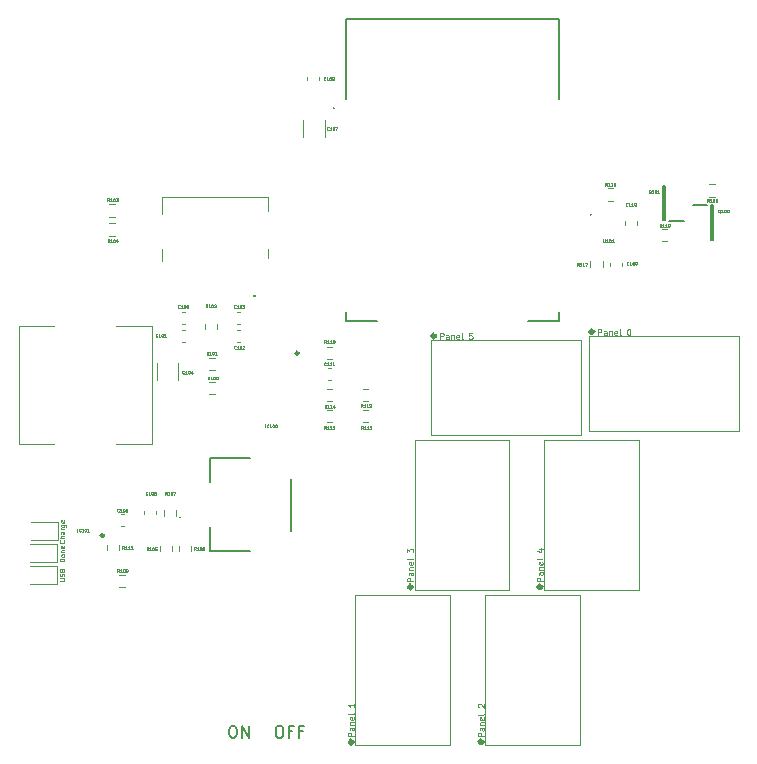
<source format=gbr>
%TF.GenerationSoftware,KiCad,Pcbnew,7.0.5*%
%TF.CreationDate,2023-09-21T20:04:05-05:00*%
%TF.ProjectId,LEDCube,4c454443-7562-4652-9e6b-696361645f70,rev?*%
%TF.SameCoordinates,Original*%
%TF.FileFunction,Legend,Top*%
%TF.FilePolarity,Positive*%
%FSLAX46Y46*%
G04 Gerber Fmt 4.6, Leading zero omitted, Abs format (unit mm)*
G04 Created by KiCad (PCBNEW 7.0.5) date 2023-09-21 20:04:05*
%MOMM*%
%LPD*%
G01*
G04 APERTURE LIST*
%ADD10C,0.325000*%
%ADD11C,0.062500*%
%ADD12C,0.100000*%
%ADD13C,0.125000*%
%ADD14C,0.150000*%
%ADD15C,0.120000*%
%ADD16C,0.200000*%
%ADD17C,0.250000*%
G04 APERTURE END LIST*
D10*
X148452500Y-78280000D02*
G75*
G03*
X148452500Y-78280000I-162500J0D01*
G01*
X133082500Y-99880000D02*
G75*
G03*
X133082500Y-99880000I-162500J0D01*
G01*
X144062500Y-99880000D02*
G75*
G03*
X144062500Y-99880000I-162500J0D01*
G01*
X139072500Y-113000000D02*
G75*
G03*
X139072500Y-113000000I-162500J0D01*
G01*
X128072500Y-113010000D02*
G75*
G03*
X128072500Y-113010000I-162500J0D01*
G01*
X135072500Y-78630000D02*
G75*
G03*
X135072500Y-78630000I-162500J0D01*
G01*
D11*
X125803498Y-84706154D02*
X125720165Y-84587107D01*
X125660641Y-84706154D02*
X125660641Y-84456154D01*
X125660641Y-84456154D02*
X125755879Y-84456154D01*
X125755879Y-84456154D02*
X125779689Y-84468059D01*
X125779689Y-84468059D02*
X125791594Y-84479964D01*
X125791594Y-84479964D02*
X125803498Y-84503773D01*
X125803498Y-84503773D02*
X125803498Y-84539488D01*
X125803498Y-84539488D02*
X125791594Y-84563297D01*
X125791594Y-84563297D02*
X125779689Y-84575202D01*
X125779689Y-84575202D02*
X125755879Y-84587107D01*
X125755879Y-84587107D02*
X125660641Y-84587107D01*
X126041594Y-84706154D02*
X125898737Y-84706154D01*
X125970165Y-84706154D02*
X125970165Y-84456154D01*
X125970165Y-84456154D02*
X125946356Y-84491869D01*
X125946356Y-84491869D02*
X125922546Y-84515678D01*
X125922546Y-84515678D02*
X125898737Y-84527583D01*
X126279689Y-84706154D02*
X126136832Y-84706154D01*
X126208260Y-84706154D02*
X126208260Y-84456154D01*
X126208260Y-84456154D02*
X126184451Y-84491869D01*
X126184451Y-84491869D02*
X126160641Y-84515678D01*
X126160641Y-84515678D02*
X126136832Y-84527583D01*
X126493974Y-84539488D02*
X126493974Y-84706154D01*
X126434450Y-84444250D02*
X126374927Y-84622821D01*
X126374927Y-84622821D02*
X126529688Y-84622821D01*
D12*
X103597752Y-95920401D02*
X103616800Y-95939449D01*
X103616800Y-95939449D02*
X103635847Y-95996591D01*
X103635847Y-95996591D02*
X103635847Y-96034687D01*
X103635847Y-96034687D02*
X103616800Y-96091830D01*
X103616800Y-96091830D02*
X103578704Y-96129925D01*
X103578704Y-96129925D02*
X103540609Y-96148972D01*
X103540609Y-96148972D02*
X103464419Y-96168020D01*
X103464419Y-96168020D02*
X103407276Y-96168020D01*
X103407276Y-96168020D02*
X103331085Y-96148972D01*
X103331085Y-96148972D02*
X103292990Y-96129925D01*
X103292990Y-96129925D02*
X103254895Y-96091830D01*
X103254895Y-96091830D02*
X103235847Y-96034687D01*
X103235847Y-96034687D02*
X103235847Y-95996591D01*
X103235847Y-95996591D02*
X103254895Y-95939449D01*
X103254895Y-95939449D02*
X103273942Y-95920401D01*
X103635847Y-95748972D02*
X103235847Y-95748972D01*
X103635847Y-95577544D02*
X103426323Y-95577544D01*
X103426323Y-95577544D02*
X103388228Y-95596591D01*
X103388228Y-95596591D02*
X103369180Y-95634687D01*
X103369180Y-95634687D02*
X103369180Y-95691830D01*
X103369180Y-95691830D02*
X103388228Y-95729925D01*
X103388228Y-95729925D02*
X103407276Y-95748972D01*
X103635847Y-95215639D02*
X103426323Y-95215639D01*
X103426323Y-95215639D02*
X103388228Y-95234686D01*
X103388228Y-95234686D02*
X103369180Y-95272782D01*
X103369180Y-95272782D02*
X103369180Y-95348972D01*
X103369180Y-95348972D02*
X103388228Y-95387067D01*
X103616800Y-95215639D02*
X103635847Y-95253734D01*
X103635847Y-95253734D02*
X103635847Y-95348972D01*
X103635847Y-95348972D02*
X103616800Y-95387067D01*
X103616800Y-95387067D02*
X103578704Y-95406115D01*
X103578704Y-95406115D02*
X103540609Y-95406115D01*
X103540609Y-95406115D02*
X103502514Y-95387067D01*
X103502514Y-95387067D02*
X103483466Y-95348972D01*
X103483466Y-95348972D02*
X103483466Y-95253734D01*
X103483466Y-95253734D02*
X103464419Y-95215639D01*
X103635847Y-95025162D02*
X103369180Y-95025162D01*
X103445371Y-95025162D02*
X103407276Y-95006115D01*
X103407276Y-95006115D02*
X103388228Y-94987067D01*
X103388228Y-94987067D02*
X103369180Y-94948972D01*
X103369180Y-94948972D02*
X103369180Y-94910877D01*
X103369180Y-94606115D02*
X103692990Y-94606115D01*
X103692990Y-94606115D02*
X103731085Y-94625162D01*
X103731085Y-94625162D02*
X103750133Y-94644210D01*
X103750133Y-94644210D02*
X103769180Y-94682305D01*
X103769180Y-94682305D02*
X103769180Y-94739448D01*
X103769180Y-94739448D02*
X103750133Y-94777543D01*
X103616800Y-94606115D02*
X103635847Y-94644210D01*
X103635847Y-94644210D02*
X103635847Y-94720401D01*
X103635847Y-94720401D02*
X103616800Y-94758496D01*
X103616800Y-94758496D02*
X103597752Y-94777543D01*
X103597752Y-94777543D02*
X103559657Y-94796591D01*
X103559657Y-94796591D02*
X103445371Y-94796591D01*
X103445371Y-94796591D02*
X103407276Y-94777543D01*
X103407276Y-94777543D02*
X103388228Y-94758496D01*
X103388228Y-94758496D02*
X103369180Y-94720401D01*
X103369180Y-94720401D02*
X103369180Y-94644210D01*
X103369180Y-94644210D02*
X103388228Y-94606115D01*
X103616800Y-94263257D02*
X103635847Y-94301353D01*
X103635847Y-94301353D02*
X103635847Y-94377543D01*
X103635847Y-94377543D02*
X103616800Y-94415638D01*
X103616800Y-94415638D02*
X103578704Y-94434686D01*
X103578704Y-94434686D02*
X103426323Y-94434686D01*
X103426323Y-94434686D02*
X103388228Y-94415638D01*
X103388228Y-94415638D02*
X103369180Y-94377543D01*
X103369180Y-94377543D02*
X103369180Y-94301353D01*
X103369180Y-94301353D02*
X103388228Y-94263257D01*
X103388228Y-94263257D02*
X103426323Y-94244210D01*
X103426323Y-94244210D02*
X103464419Y-94244210D01*
X103464419Y-94244210D02*
X103502514Y-94434686D01*
D11*
X118143498Y-76262345D02*
X118131594Y-76274250D01*
X118131594Y-76274250D02*
X118095879Y-76286154D01*
X118095879Y-76286154D02*
X118072070Y-76286154D01*
X118072070Y-76286154D02*
X118036356Y-76274250D01*
X118036356Y-76274250D02*
X118012546Y-76250440D01*
X118012546Y-76250440D02*
X118000641Y-76226630D01*
X118000641Y-76226630D02*
X117988737Y-76179011D01*
X117988737Y-76179011D02*
X117988737Y-76143297D01*
X117988737Y-76143297D02*
X118000641Y-76095678D01*
X118000641Y-76095678D02*
X118012546Y-76071869D01*
X118012546Y-76071869D02*
X118036356Y-76048059D01*
X118036356Y-76048059D02*
X118072070Y-76036154D01*
X118072070Y-76036154D02*
X118095879Y-76036154D01*
X118095879Y-76036154D02*
X118131594Y-76048059D01*
X118131594Y-76048059D02*
X118143498Y-76059964D01*
X118381594Y-76286154D02*
X118238737Y-76286154D01*
X118310165Y-76286154D02*
X118310165Y-76036154D01*
X118310165Y-76036154D02*
X118286356Y-76071869D01*
X118286356Y-76071869D02*
X118262546Y-76095678D01*
X118262546Y-76095678D02*
X118238737Y-76107583D01*
X118536355Y-76036154D02*
X118560165Y-76036154D01*
X118560165Y-76036154D02*
X118583974Y-76048059D01*
X118583974Y-76048059D02*
X118595879Y-76059964D01*
X118595879Y-76059964D02*
X118607784Y-76083773D01*
X118607784Y-76083773D02*
X118619689Y-76131392D01*
X118619689Y-76131392D02*
X118619689Y-76190916D01*
X118619689Y-76190916D02*
X118607784Y-76238535D01*
X118607784Y-76238535D02*
X118595879Y-76262345D01*
X118595879Y-76262345D02*
X118583974Y-76274250D01*
X118583974Y-76274250D02*
X118560165Y-76286154D01*
X118560165Y-76286154D02*
X118536355Y-76286154D01*
X118536355Y-76286154D02*
X118512546Y-76274250D01*
X118512546Y-76274250D02*
X118500641Y-76262345D01*
X118500641Y-76262345D02*
X118488736Y-76238535D01*
X118488736Y-76238535D02*
X118476832Y-76190916D01*
X118476832Y-76190916D02*
X118476832Y-76131392D01*
X118476832Y-76131392D02*
X118488736Y-76083773D01*
X118488736Y-76083773D02*
X118500641Y-76059964D01*
X118500641Y-76059964D02*
X118512546Y-76048059D01*
X118512546Y-76048059D02*
X118536355Y-76036154D01*
X118703022Y-76036154D02*
X118857784Y-76036154D01*
X118857784Y-76036154D02*
X118774450Y-76131392D01*
X118774450Y-76131392D02*
X118810165Y-76131392D01*
X118810165Y-76131392D02*
X118833974Y-76143297D01*
X118833974Y-76143297D02*
X118845879Y-76155202D01*
X118845879Y-76155202D02*
X118857784Y-76179011D01*
X118857784Y-76179011D02*
X118857784Y-76238535D01*
X118857784Y-76238535D02*
X118845879Y-76262345D01*
X118845879Y-76262345D02*
X118833974Y-76274250D01*
X118833974Y-76274250D02*
X118810165Y-76286154D01*
X118810165Y-76286154D02*
X118738736Y-76286154D01*
X118738736Y-76286154D02*
X118714927Y-76274250D01*
X118714927Y-76274250D02*
X118703022Y-76262345D01*
X125783498Y-86506154D02*
X125700165Y-86387107D01*
X125640641Y-86506154D02*
X125640641Y-86256154D01*
X125640641Y-86256154D02*
X125735879Y-86256154D01*
X125735879Y-86256154D02*
X125759689Y-86268059D01*
X125759689Y-86268059D02*
X125771594Y-86279964D01*
X125771594Y-86279964D02*
X125783498Y-86303773D01*
X125783498Y-86303773D02*
X125783498Y-86339488D01*
X125783498Y-86339488D02*
X125771594Y-86363297D01*
X125771594Y-86363297D02*
X125759689Y-86375202D01*
X125759689Y-86375202D02*
X125735879Y-86387107D01*
X125735879Y-86387107D02*
X125640641Y-86387107D01*
X126021594Y-86506154D02*
X125878737Y-86506154D01*
X125950165Y-86506154D02*
X125950165Y-86256154D01*
X125950165Y-86256154D02*
X125926356Y-86291869D01*
X125926356Y-86291869D02*
X125902546Y-86315678D01*
X125902546Y-86315678D02*
X125878737Y-86327583D01*
X126259689Y-86506154D02*
X126116832Y-86506154D01*
X126188260Y-86506154D02*
X126188260Y-86256154D01*
X126188260Y-86256154D02*
X126164451Y-86291869D01*
X126164451Y-86291869D02*
X126140641Y-86315678D01*
X126140641Y-86315678D02*
X126116832Y-86327583D01*
X126485879Y-86256154D02*
X126366831Y-86256154D01*
X126366831Y-86256154D02*
X126354927Y-86375202D01*
X126354927Y-86375202D02*
X126366831Y-86363297D01*
X126366831Y-86363297D02*
X126390641Y-86351392D01*
X126390641Y-86351392D02*
X126450165Y-86351392D01*
X126450165Y-86351392D02*
X126473974Y-86363297D01*
X126473974Y-86363297D02*
X126485879Y-86375202D01*
X126485879Y-86375202D02*
X126497784Y-86399011D01*
X126497784Y-86399011D02*
X126497784Y-86458535D01*
X126497784Y-86458535D02*
X126485879Y-86482345D01*
X126485879Y-86482345D02*
X126473974Y-86494250D01*
X126473974Y-86494250D02*
X126450165Y-86506154D01*
X126450165Y-86506154D02*
X126390641Y-86506154D01*
X126390641Y-86506154D02*
X126366831Y-86494250D01*
X126366831Y-86494250D02*
X126354927Y-86482345D01*
X125733498Y-56962345D02*
X125721594Y-56974250D01*
X125721594Y-56974250D02*
X125685879Y-56986154D01*
X125685879Y-56986154D02*
X125662070Y-56986154D01*
X125662070Y-56986154D02*
X125626356Y-56974250D01*
X125626356Y-56974250D02*
X125602546Y-56950440D01*
X125602546Y-56950440D02*
X125590641Y-56926630D01*
X125590641Y-56926630D02*
X125578737Y-56879011D01*
X125578737Y-56879011D02*
X125578737Y-56843297D01*
X125578737Y-56843297D02*
X125590641Y-56795678D01*
X125590641Y-56795678D02*
X125602546Y-56771869D01*
X125602546Y-56771869D02*
X125626356Y-56748059D01*
X125626356Y-56748059D02*
X125662070Y-56736154D01*
X125662070Y-56736154D02*
X125685879Y-56736154D01*
X125685879Y-56736154D02*
X125721594Y-56748059D01*
X125721594Y-56748059D02*
X125733498Y-56759964D01*
X125971594Y-56986154D02*
X125828737Y-56986154D01*
X125900165Y-56986154D02*
X125900165Y-56736154D01*
X125900165Y-56736154D02*
X125876356Y-56771869D01*
X125876356Y-56771869D02*
X125852546Y-56795678D01*
X125852546Y-56795678D02*
X125828737Y-56807583D01*
X126126355Y-56736154D02*
X126150165Y-56736154D01*
X126150165Y-56736154D02*
X126173974Y-56748059D01*
X126173974Y-56748059D02*
X126185879Y-56759964D01*
X126185879Y-56759964D02*
X126197784Y-56783773D01*
X126197784Y-56783773D02*
X126209689Y-56831392D01*
X126209689Y-56831392D02*
X126209689Y-56890916D01*
X126209689Y-56890916D02*
X126197784Y-56938535D01*
X126197784Y-56938535D02*
X126185879Y-56962345D01*
X126185879Y-56962345D02*
X126173974Y-56974250D01*
X126173974Y-56974250D02*
X126150165Y-56986154D01*
X126150165Y-56986154D02*
X126126355Y-56986154D01*
X126126355Y-56986154D02*
X126102546Y-56974250D01*
X126102546Y-56974250D02*
X126090641Y-56962345D01*
X126090641Y-56962345D02*
X126078736Y-56938535D01*
X126078736Y-56938535D02*
X126066832Y-56890916D01*
X126066832Y-56890916D02*
X126066832Y-56831392D01*
X126066832Y-56831392D02*
X126078736Y-56783773D01*
X126078736Y-56783773D02*
X126090641Y-56759964D01*
X126090641Y-56759964D02*
X126102546Y-56748059D01*
X126102546Y-56748059D02*
X126126355Y-56736154D01*
X126352546Y-56843297D02*
X126328736Y-56831392D01*
X126328736Y-56831392D02*
X126316831Y-56819488D01*
X126316831Y-56819488D02*
X126304927Y-56795678D01*
X126304927Y-56795678D02*
X126304927Y-56783773D01*
X126304927Y-56783773D02*
X126316831Y-56759964D01*
X126316831Y-56759964D02*
X126328736Y-56748059D01*
X126328736Y-56748059D02*
X126352546Y-56736154D01*
X126352546Y-56736154D02*
X126400165Y-56736154D01*
X126400165Y-56736154D02*
X126423974Y-56748059D01*
X126423974Y-56748059D02*
X126435879Y-56759964D01*
X126435879Y-56759964D02*
X126447784Y-56783773D01*
X126447784Y-56783773D02*
X126447784Y-56795678D01*
X126447784Y-56795678D02*
X126435879Y-56819488D01*
X126435879Y-56819488D02*
X126423974Y-56831392D01*
X126423974Y-56831392D02*
X126400165Y-56843297D01*
X126400165Y-56843297D02*
X126352546Y-56843297D01*
X126352546Y-56843297D02*
X126328736Y-56855202D01*
X126328736Y-56855202D02*
X126316831Y-56867107D01*
X126316831Y-56867107D02*
X126304927Y-56890916D01*
X126304927Y-56890916D02*
X126304927Y-56938535D01*
X126304927Y-56938535D02*
X126316831Y-56962345D01*
X126316831Y-56962345D02*
X126328736Y-56974250D01*
X126328736Y-56974250D02*
X126352546Y-56986154D01*
X126352546Y-56986154D02*
X126400165Y-56986154D01*
X126400165Y-56986154D02*
X126423974Y-56974250D01*
X126423974Y-56974250D02*
X126435879Y-56962345D01*
X126435879Y-56962345D02*
X126447784Y-56938535D01*
X126447784Y-56938535D02*
X126447784Y-56890916D01*
X126447784Y-56890916D02*
X126435879Y-56867107D01*
X126435879Y-56867107D02*
X126423974Y-56855202D01*
X126423974Y-56855202D02*
X126400165Y-56843297D01*
X149260641Y-70456154D02*
X149260641Y-70658535D01*
X149260641Y-70658535D02*
X149272546Y-70682345D01*
X149272546Y-70682345D02*
X149284451Y-70694250D01*
X149284451Y-70694250D02*
X149308260Y-70706154D01*
X149308260Y-70706154D02*
X149355879Y-70706154D01*
X149355879Y-70706154D02*
X149379689Y-70694250D01*
X149379689Y-70694250D02*
X149391594Y-70682345D01*
X149391594Y-70682345D02*
X149403498Y-70658535D01*
X149403498Y-70658535D02*
X149403498Y-70456154D01*
X149653499Y-70706154D02*
X149510642Y-70706154D01*
X149582070Y-70706154D02*
X149582070Y-70456154D01*
X149582070Y-70456154D02*
X149558261Y-70491869D01*
X149558261Y-70491869D02*
X149534451Y-70515678D01*
X149534451Y-70515678D02*
X149510642Y-70527583D01*
X149808260Y-70456154D02*
X149832070Y-70456154D01*
X149832070Y-70456154D02*
X149855879Y-70468059D01*
X149855879Y-70468059D02*
X149867784Y-70479964D01*
X149867784Y-70479964D02*
X149879689Y-70503773D01*
X149879689Y-70503773D02*
X149891594Y-70551392D01*
X149891594Y-70551392D02*
X149891594Y-70610916D01*
X149891594Y-70610916D02*
X149879689Y-70658535D01*
X149879689Y-70658535D02*
X149867784Y-70682345D01*
X149867784Y-70682345D02*
X149855879Y-70694250D01*
X149855879Y-70694250D02*
X149832070Y-70706154D01*
X149832070Y-70706154D02*
X149808260Y-70706154D01*
X149808260Y-70706154D02*
X149784451Y-70694250D01*
X149784451Y-70694250D02*
X149772546Y-70682345D01*
X149772546Y-70682345D02*
X149760641Y-70658535D01*
X149760641Y-70658535D02*
X149748737Y-70610916D01*
X149748737Y-70610916D02*
X149748737Y-70551392D01*
X149748737Y-70551392D02*
X149760641Y-70503773D01*
X149760641Y-70503773D02*
X149772546Y-70479964D01*
X149772546Y-70479964D02*
X149784451Y-70468059D01*
X149784451Y-70468059D02*
X149808260Y-70456154D01*
X150129689Y-70706154D02*
X149986832Y-70706154D01*
X150058260Y-70706154D02*
X150058260Y-70456154D01*
X150058260Y-70456154D02*
X150034451Y-70491869D01*
X150034451Y-70491869D02*
X150010641Y-70515678D01*
X150010641Y-70515678D02*
X149986832Y-70527583D01*
X108693498Y-96676154D02*
X108610165Y-96557107D01*
X108550641Y-96676154D02*
X108550641Y-96426154D01*
X108550641Y-96426154D02*
X108645879Y-96426154D01*
X108645879Y-96426154D02*
X108669689Y-96438059D01*
X108669689Y-96438059D02*
X108681594Y-96449964D01*
X108681594Y-96449964D02*
X108693498Y-96473773D01*
X108693498Y-96473773D02*
X108693498Y-96509488D01*
X108693498Y-96509488D02*
X108681594Y-96533297D01*
X108681594Y-96533297D02*
X108669689Y-96545202D01*
X108669689Y-96545202D02*
X108645879Y-96557107D01*
X108645879Y-96557107D02*
X108550641Y-96557107D01*
X108931594Y-96676154D02*
X108788737Y-96676154D01*
X108860165Y-96676154D02*
X108860165Y-96426154D01*
X108860165Y-96426154D02*
X108836356Y-96461869D01*
X108836356Y-96461869D02*
X108812546Y-96485678D01*
X108812546Y-96485678D02*
X108788737Y-96497583D01*
X109169689Y-96676154D02*
X109026832Y-96676154D01*
X109098260Y-96676154D02*
X109098260Y-96426154D01*
X109098260Y-96426154D02*
X109074451Y-96461869D01*
X109074451Y-96461869D02*
X109050641Y-96485678D01*
X109050641Y-96485678D02*
X109026832Y-96497583D01*
X109407784Y-96676154D02*
X109264927Y-96676154D01*
X109336355Y-96676154D02*
X109336355Y-96426154D01*
X109336355Y-96426154D02*
X109312546Y-96461869D01*
X109312546Y-96461869D02*
X109288736Y-96485678D01*
X109288736Y-96485678D02*
X109264927Y-96497583D01*
X118153498Y-79712345D02*
X118141594Y-79724250D01*
X118141594Y-79724250D02*
X118105879Y-79736154D01*
X118105879Y-79736154D02*
X118082070Y-79736154D01*
X118082070Y-79736154D02*
X118046356Y-79724250D01*
X118046356Y-79724250D02*
X118022546Y-79700440D01*
X118022546Y-79700440D02*
X118010641Y-79676630D01*
X118010641Y-79676630D02*
X117998737Y-79629011D01*
X117998737Y-79629011D02*
X117998737Y-79593297D01*
X117998737Y-79593297D02*
X118010641Y-79545678D01*
X118010641Y-79545678D02*
X118022546Y-79521869D01*
X118022546Y-79521869D02*
X118046356Y-79498059D01*
X118046356Y-79498059D02*
X118082070Y-79486154D01*
X118082070Y-79486154D02*
X118105879Y-79486154D01*
X118105879Y-79486154D02*
X118141594Y-79498059D01*
X118141594Y-79498059D02*
X118153498Y-79509964D01*
X118391594Y-79736154D02*
X118248737Y-79736154D01*
X118320165Y-79736154D02*
X118320165Y-79486154D01*
X118320165Y-79486154D02*
X118296356Y-79521869D01*
X118296356Y-79521869D02*
X118272546Y-79545678D01*
X118272546Y-79545678D02*
X118248737Y-79557583D01*
X118546355Y-79486154D02*
X118570165Y-79486154D01*
X118570165Y-79486154D02*
X118593974Y-79498059D01*
X118593974Y-79498059D02*
X118605879Y-79509964D01*
X118605879Y-79509964D02*
X118617784Y-79533773D01*
X118617784Y-79533773D02*
X118629689Y-79581392D01*
X118629689Y-79581392D02*
X118629689Y-79640916D01*
X118629689Y-79640916D02*
X118617784Y-79688535D01*
X118617784Y-79688535D02*
X118605879Y-79712345D01*
X118605879Y-79712345D02*
X118593974Y-79724250D01*
X118593974Y-79724250D02*
X118570165Y-79736154D01*
X118570165Y-79736154D02*
X118546355Y-79736154D01*
X118546355Y-79736154D02*
X118522546Y-79724250D01*
X118522546Y-79724250D02*
X118510641Y-79712345D01*
X118510641Y-79712345D02*
X118498736Y-79688535D01*
X118498736Y-79688535D02*
X118486832Y-79640916D01*
X118486832Y-79640916D02*
X118486832Y-79581392D01*
X118486832Y-79581392D02*
X118498736Y-79533773D01*
X118498736Y-79533773D02*
X118510641Y-79509964D01*
X118510641Y-79509964D02*
X118522546Y-79498059D01*
X118522546Y-79498059D02*
X118546355Y-79486154D01*
X118724927Y-79509964D02*
X118736831Y-79498059D01*
X118736831Y-79498059D02*
X118760641Y-79486154D01*
X118760641Y-79486154D02*
X118820165Y-79486154D01*
X118820165Y-79486154D02*
X118843974Y-79498059D01*
X118843974Y-79498059D02*
X118855879Y-79509964D01*
X118855879Y-79509964D02*
X118867784Y-79533773D01*
X118867784Y-79533773D02*
X118867784Y-79557583D01*
X118867784Y-79557583D02*
X118855879Y-79593297D01*
X118855879Y-79593297D02*
X118713022Y-79736154D01*
X118713022Y-79736154D02*
X118867784Y-79736154D01*
D13*
X148821283Y-78562309D02*
X148821283Y-78062309D01*
X148821283Y-78062309D02*
X149011759Y-78062309D01*
X149011759Y-78062309D02*
X149059378Y-78086119D01*
X149059378Y-78086119D02*
X149083188Y-78109928D01*
X149083188Y-78109928D02*
X149106997Y-78157547D01*
X149106997Y-78157547D02*
X149106997Y-78228976D01*
X149106997Y-78228976D02*
X149083188Y-78276595D01*
X149083188Y-78276595D02*
X149059378Y-78300404D01*
X149059378Y-78300404D02*
X149011759Y-78324214D01*
X149011759Y-78324214D02*
X148821283Y-78324214D01*
X149535569Y-78562309D02*
X149535569Y-78300404D01*
X149535569Y-78300404D02*
X149511759Y-78252785D01*
X149511759Y-78252785D02*
X149464140Y-78228976D01*
X149464140Y-78228976D02*
X149368902Y-78228976D01*
X149368902Y-78228976D02*
X149321283Y-78252785D01*
X149535569Y-78538500D02*
X149487950Y-78562309D01*
X149487950Y-78562309D02*
X149368902Y-78562309D01*
X149368902Y-78562309D02*
X149321283Y-78538500D01*
X149321283Y-78538500D02*
X149297474Y-78490880D01*
X149297474Y-78490880D02*
X149297474Y-78443261D01*
X149297474Y-78443261D02*
X149321283Y-78395642D01*
X149321283Y-78395642D02*
X149368902Y-78371833D01*
X149368902Y-78371833D02*
X149487950Y-78371833D01*
X149487950Y-78371833D02*
X149535569Y-78348023D01*
X149773664Y-78228976D02*
X149773664Y-78562309D01*
X149773664Y-78276595D02*
X149797474Y-78252785D01*
X149797474Y-78252785D02*
X149845093Y-78228976D01*
X149845093Y-78228976D02*
X149916521Y-78228976D01*
X149916521Y-78228976D02*
X149964140Y-78252785D01*
X149964140Y-78252785D02*
X149987950Y-78300404D01*
X149987950Y-78300404D02*
X149987950Y-78562309D01*
X150416521Y-78538500D02*
X150368902Y-78562309D01*
X150368902Y-78562309D02*
X150273664Y-78562309D01*
X150273664Y-78562309D02*
X150226045Y-78538500D01*
X150226045Y-78538500D02*
X150202236Y-78490880D01*
X150202236Y-78490880D02*
X150202236Y-78300404D01*
X150202236Y-78300404D02*
X150226045Y-78252785D01*
X150226045Y-78252785D02*
X150273664Y-78228976D01*
X150273664Y-78228976D02*
X150368902Y-78228976D01*
X150368902Y-78228976D02*
X150416521Y-78252785D01*
X150416521Y-78252785D02*
X150440331Y-78300404D01*
X150440331Y-78300404D02*
X150440331Y-78348023D01*
X150440331Y-78348023D02*
X150202236Y-78395642D01*
X150726045Y-78562309D02*
X150678426Y-78538500D01*
X150678426Y-78538500D02*
X150654616Y-78490880D01*
X150654616Y-78490880D02*
X150654616Y-78062309D01*
X151392711Y-78062309D02*
X151440330Y-78062309D01*
X151440330Y-78062309D02*
X151487949Y-78086119D01*
X151487949Y-78086119D02*
X151511759Y-78109928D01*
X151511759Y-78109928D02*
X151535568Y-78157547D01*
X151535568Y-78157547D02*
X151559378Y-78252785D01*
X151559378Y-78252785D02*
X151559378Y-78371833D01*
X151559378Y-78371833D02*
X151535568Y-78467071D01*
X151535568Y-78467071D02*
X151511759Y-78514690D01*
X151511759Y-78514690D02*
X151487949Y-78538500D01*
X151487949Y-78538500D02*
X151440330Y-78562309D01*
X151440330Y-78562309D02*
X151392711Y-78562309D01*
X151392711Y-78562309D02*
X151345092Y-78538500D01*
X151345092Y-78538500D02*
X151321283Y-78514690D01*
X151321283Y-78514690D02*
X151297473Y-78467071D01*
X151297473Y-78467071D02*
X151273664Y-78371833D01*
X151273664Y-78371833D02*
X151273664Y-78252785D01*
X151273664Y-78252785D02*
X151297473Y-78157547D01*
X151297473Y-78157547D02*
X151321283Y-78109928D01*
X151321283Y-78109928D02*
X151345092Y-78086119D01*
X151345092Y-78086119D02*
X151392711Y-78062309D01*
D11*
X115743498Y-76226154D02*
X115660165Y-76107107D01*
X115600641Y-76226154D02*
X115600641Y-75976154D01*
X115600641Y-75976154D02*
X115695879Y-75976154D01*
X115695879Y-75976154D02*
X115719689Y-75988059D01*
X115719689Y-75988059D02*
X115731594Y-75999964D01*
X115731594Y-75999964D02*
X115743498Y-76023773D01*
X115743498Y-76023773D02*
X115743498Y-76059488D01*
X115743498Y-76059488D02*
X115731594Y-76083297D01*
X115731594Y-76083297D02*
X115719689Y-76095202D01*
X115719689Y-76095202D02*
X115695879Y-76107107D01*
X115695879Y-76107107D02*
X115600641Y-76107107D01*
X115981594Y-76226154D02*
X115838737Y-76226154D01*
X115910165Y-76226154D02*
X115910165Y-75976154D01*
X115910165Y-75976154D02*
X115886356Y-76011869D01*
X115886356Y-76011869D02*
X115862546Y-76035678D01*
X115862546Y-76035678D02*
X115838737Y-76047583D01*
X116136355Y-75976154D02*
X116160165Y-75976154D01*
X116160165Y-75976154D02*
X116183974Y-75988059D01*
X116183974Y-75988059D02*
X116195879Y-75999964D01*
X116195879Y-75999964D02*
X116207784Y-76023773D01*
X116207784Y-76023773D02*
X116219689Y-76071392D01*
X116219689Y-76071392D02*
X116219689Y-76130916D01*
X116219689Y-76130916D02*
X116207784Y-76178535D01*
X116207784Y-76178535D02*
X116195879Y-76202345D01*
X116195879Y-76202345D02*
X116183974Y-76214250D01*
X116183974Y-76214250D02*
X116160165Y-76226154D01*
X116160165Y-76226154D02*
X116136355Y-76226154D01*
X116136355Y-76226154D02*
X116112546Y-76214250D01*
X116112546Y-76214250D02*
X116100641Y-76202345D01*
X116100641Y-76202345D02*
X116088736Y-76178535D01*
X116088736Y-76178535D02*
X116076832Y-76130916D01*
X116076832Y-76130916D02*
X116076832Y-76071392D01*
X116076832Y-76071392D02*
X116088736Y-76023773D01*
X116088736Y-76023773D02*
X116100641Y-75999964D01*
X116100641Y-75999964D02*
X116112546Y-75988059D01*
X116112546Y-75988059D02*
X116136355Y-75976154D01*
X116314927Y-75999964D02*
X116326831Y-75988059D01*
X116326831Y-75988059D02*
X116350641Y-75976154D01*
X116350641Y-75976154D02*
X116410165Y-75976154D01*
X116410165Y-75976154D02*
X116433974Y-75988059D01*
X116433974Y-75988059D02*
X116445879Y-75999964D01*
X116445879Y-75999964D02*
X116457784Y-76023773D01*
X116457784Y-76023773D02*
X116457784Y-76047583D01*
X116457784Y-76047583D02*
X116445879Y-76083297D01*
X116445879Y-76083297D02*
X116303022Y-76226154D01*
X116303022Y-76226154D02*
X116457784Y-76226154D01*
X113773498Y-81812345D02*
X113761594Y-81824250D01*
X113761594Y-81824250D02*
X113725879Y-81836154D01*
X113725879Y-81836154D02*
X113702070Y-81836154D01*
X113702070Y-81836154D02*
X113666356Y-81824250D01*
X113666356Y-81824250D02*
X113642546Y-81800440D01*
X113642546Y-81800440D02*
X113630641Y-81776630D01*
X113630641Y-81776630D02*
X113618737Y-81729011D01*
X113618737Y-81729011D02*
X113618737Y-81693297D01*
X113618737Y-81693297D02*
X113630641Y-81645678D01*
X113630641Y-81645678D02*
X113642546Y-81621869D01*
X113642546Y-81621869D02*
X113666356Y-81598059D01*
X113666356Y-81598059D02*
X113702070Y-81586154D01*
X113702070Y-81586154D02*
X113725879Y-81586154D01*
X113725879Y-81586154D02*
X113761594Y-81598059D01*
X113761594Y-81598059D02*
X113773498Y-81609964D01*
X114011594Y-81836154D02*
X113868737Y-81836154D01*
X113940165Y-81836154D02*
X113940165Y-81586154D01*
X113940165Y-81586154D02*
X113916356Y-81621869D01*
X113916356Y-81621869D02*
X113892546Y-81645678D01*
X113892546Y-81645678D02*
X113868737Y-81657583D01*
X114166355Y-81586154D02*
X114190165Y-81586154D01*
X114190165Y-81586154D02*
X114213974Y-81598059D01*
X114213974Y-81598059D02*
X114225879Y-81609964D01*
X114225879Y-81609964D02*
X114237784Y-81633773D01*
X114237784Y-81633773D02*
X114249689Y-81681392D01*
X114249689Y-81681392D02*
X114249689Y-81740916D01*
X114249689Y-81740916D02*
X114237784Y-81788535D01*
X114237784Y-81788535D02*
X114225879Y-81812345D01*
X114225879Y-81812345D02*
X114213974Y-81824250D01*
X114213974Y-81824250D02*
X114190165Y-81836154D01*
X114190165Y-81836154D02*
X114166355Y-81836154D01*
X114166355Y-81836154D02*
X114142546Y-81824250D01*
X114142546Y-81824250D02*
X114130641Y-81812345D01*
X114130641Y-81812345D02*
X114118736Y-81788535D01*
X114118736Y-81788535D02*
X114106832Y-81740916D01*
X114106832Y-81740916D02*
X114106832Y-81681392D01*
X114106832Y-81681392D02*
X114118736Y-81633773D01*
X114118736Y-81633773D02*
X114130641Y-81609964D01*
X114130641Y-81609964D02*
X114142546Y-81598059D01*
X114142546Y-81598059D02*
X114166355Y-81586154D01*
X114463974Y-81669488D02*
X114463974Y-81836154D01*
X114404450Y-81574250D02*
X114344927Y-81752821D01*
X114344927Y-81752821D02*
X114499688Y-81752821D01*
X107423498Y-67246154D02*
X107340165Y-67127107D01*
X107280641Y-67246154D02*
X107280641Y-66996154D01*
X107280641Y-66996154D02*
X107375879Y-66996154D01*
X107375879Y-66996154D02*
X107399689Y-67008059D01*
X107399689Y-67008059D02*
X107411594Y-67019964D01*
X107411594Y-67019964D02*
X107423498Y-67043773D01*
X107423498Y-67043773D02*
X107423498Y-67079488D01*
X107423498Y-67079488D02*
X107411594Y-67103297D01*
X107411594Y-67103297D02*
X107399689Y-67115202D01*
X107399689Y-67115202D02*
X107375879Y-67127107D01*
X107375879Y-67127107D02*
X107280641Y-67127107D01*
X107661594Y-67246154D02*
X107518737Y-67246154D01*
X107590165Y-67246154D02*
X107590165Y-66996154D01*
X107590165Y-66996154D02*
X107566356Y-67031869D01*
X107566356Y-67031869D02*
X107542546Y-67055678D01*
X107542546Y-67055678D02*
X107518737Y-67067583D01*
X107816355Y-66996154D02*
X107840165Y-66996154D01*
X107840165Y-66996154D02*
X107863974Y-67008059D01*
X107863974Y-67008059D02*
X107875879Y-67019964D01*
X107875879Y-67019964D02*
X107887784Y-67043773D01*
X107887784Y-67043773D02*
X107899689Y-67091392D01*
X107899689Y-67091392D02*
X107899689Y-67150916D01*
X107899689Y-67150916D02*
X107887784Y-67198535D01*
X107887784Y-67198535D02*
X107875879Y-67222345D01*
X107875879Y-67222345D02*
X107863974Y-67234250D01*
X107863974Y-67234250D02*
X107840165Y-67246154D01*
X107840165Y-67246154D02*
X107816355Y-67246154D01*
X107816355Y-67246154D02*
X107792546Y-67234250D01*
X107792546Y-67234250D02*
X107780641Y-67222345D01*
X107780641Y-67222345D02*
X107768736Y-67198535D01*
X107768736Y-67198535D02*
X107756832Y-67150916D01*
X107756832Y-67150916D02*
X107756832Y-67091392D01*
X107756832Y-67091392D02*
X107768736Y-67043773D01*
X107768736Y-67043773D02*
X107780641Y-67019964D01*
X107780641Y-67019964D02*
X107792546Y-67008059D01*
X107792546Y-67008059D02*
X107816355Y-66996154D01*
X107983022Y-66996154D02*
X108137784Y-66996154D01*
X108137784Y-66996154D02*
X108054450Y-67091392D01*
X108054450Y-67091392D02*
X108090165Y-67091392D01*
X108090165Y-67091392D02*
X108113974Y-67103297D01*
X108113974Y-67103297D02*
X108125879Y-67115202D01*
X108125879Y-67115202D02*
X108137784Y-67139011D01*
X108137784Y-67139011D02*
X108137784Y-67198535D01*
X108137784Y-67198535D02*
X108125879Y-67222345D01*
X108125879Y-67222345D02*
X108113974Y-67234250D01*
X108113974Y-67234250D02*
X108090165Y-67246154D01*
X108090165Y-67246154D02*
X108018736Y-67246154D01*
X108018736Y-67246154D02*
X107994927Y-67234250D01*
X107994927Y-67234250D02*
X107983022Y-67222345D01*
X108253498Y-93492345D02*
X108241594Y-93504250D01*
X108241594Y-93504250D02*
X108205879Y-93516154D01*
X108205879Y-93516154D02*
X108182070Y-93516154D01*
X108182070Y-93516154D02*
X108146356Y-93504250D01*
X108146356Y-93504250D02*
X108122546Y-93480440D01*
X108122546Y-93480440D02*
X108110641Y-93456630D01*
X108110641Y-93456630D02*
X108098737Y-93409011D01*
X108098737Y-93409011D02*
X108098737Y-93373297D01*
X108098737Y-93373297D02*
X108110641Y-93325678D01*
X108110641Y-93325678D02*
X108122546Y-93301869D01*
X108122546Y-93301869D02*
X108146356Y-93278059D01*
X108146356Y-93278059D02*
X108182070Y-93266154D01*
X108182070Y-93266154D02*
X108205879Y-93266154D01*
X108205879Y-93266154D02*
X108241594Y-93278059D01*
X108241594Y-93278059D02*
X108253498Y-93289964D01*
X108491594Y-93516154D02*
X108348737Y-93516154D01*
X108420165Y-93516154D02*
X108420165Y-93266154D01*
X108420165Y-93266154D02*
X108396356Y-93301869D01*
X108396356Y-93301869D02*
X108372546Y-93325678D01*
X108372546Y-93325678D02*
X108348737Y-93337583D01*
X108646355Y-93266154D02*
X108670165Y-93266154D01*
X108670165Y-93266154D02*
X108693974Y-93278059D01*
X108693974Y-93278059D02*
X108705879Y-93289964D01*
X108705879Y-93289964D02*
X108717784Y-93313773D01*
X108717784Y-93313773D02*
X108729689Y-93361392D01*
X108729689Y-93361392D02*
X108729689Y-93420916D01*
X108729689Y-93420916D02*
X108717784Y-93468535D01*
X108717784Y-93468535D02*
X108705879Y-93492345D01*
X108705879Y-93492345D02*
X108693974Y-93504250D01*
X108693974Y-93504250D02*
X108670165Y-93516154D01*
X108670165Y-93516154D02*
X108646355Y-93516154D01*
X108646355Y-93516154D02*
X108622546Y-93504250D01*
X108622546Y-93504250D02*
X108610641Y-93492345D01*
X108610641Y-93492345D02*
X108598736Y-93468535D01*
X108598736Y-93468535D02*
X108586832Y-93420916D01*
X108586832Y-93420916D02*
X108586832Y-93361392D01*
X108586832Y-93361392D02*
X108598736Y-93313773D01*
X108598736Y-93313773D02*
X108610641Y-93289964D01*
X108610641Y-93289964D02*
X108622546Y-93278059D01*
X108622546Y-93278059D02*
X108646355Y-93266154D01*
X108943974Y-93266154D02*
X108896355Y-93266154D01*
X108896355Y-93266154D02*
X108872546Y-93278059D01*
X108872546Y-93278059D02*
X108860641Y-93289964D01*
X108860641Y-93289964D02*
X108836831Y-93325678D01*
X108836831Y-93325678D02*
X108824927Y-93373297D01*
X108824927Y-93373297D02*
X108824927Y-93468535D01*
X108824927Y-93468535D02*
X108836831Y-93492345D01*
X108836831Y-93492345D02*
X108848736Y-93504250D01*
X108848736Y-93504250D02*
X108872546Y-93516154D01*
X108872546Y-93516154D02*
X108920165Y-93516154D01*
X108920165Y-93516154D02*
X108943974Y-93504250D01*
X108943974Y-93504250D02*
X108955879Y-93492345D01*
X108955879Y-93492345D02*
X108967784Y-93468535D01*
X108967784Y-93468535D02*
X108967784Y-93409011D01*
X108967784Y-93409011D02*
X108955879Y-93385202D01*
X108955879Y-93385202D02*
X108943974Y-93373297D01*
X108943974Y-93373297D02*
X108920165Y-93361392D01*
X108920165Y-93361392D02*
X108872546Y-93361392D01*
X108872546Y-93361392D02*
X108848736Y-93373297D01*
X108848736Y-93373297D02*
X108836831Y-93385202D01*
X108836831Y-93385202D02*
X108824927Y-93409011D01*
X111513498Y-78682345D02*
X111501594Y-78694250D01*
X111501594Y-78694250D02*
X111465879Y-78706154D01*
X111465879Y-78706154D02*
X111442070Y-78706154D01*
X111442070Y-78706154D02*
X111406356Y-78694250D01*
X111406356Y-78694250D02*
X111382546Y-78670440D01*
X111382546Y-78670440D02*
X111370641Y-78646630D01*
X111370641Y-78646630D02*
X111358737Y-78599011D01*
X111358737Y-78599011D02*
X111358737Y-78563297D01*
X111358737Y-78563297D02*
X111370641Y-78515678D01*
X111370641Y-78515678D02*
X111382546Y-78491869D01*
X111382546Y-78491869D02*
X111406356Y-78468059D01*
X111406356Y-78468059D02*
X111442070Y-78456154D01*
X111442070Y-78456154D02*
X111465879Y-78456154D01*
X111465879Y-78456154D02*
X111501594Y-78468059D01*
X111501594Y-78468059D02*
X111513498Y-78479964D01*
X111751594Y-78706154D02*
X111608737Y-78706154D01*
X111680165Y-78706154D02*
X111680165Y-78456154D01*
X111680165Y-78456154D02*
X111656356Y-78491869D01*
X111656356Y-78491869D02*
X111632546Y-78515678D01*
X111632546Y-78515678D02*
X111608737Y-78527583D01*
X111906355Y-78456154D02*
X111930165Y-78456154D01*
X111930165Y-78456154D02*
X111953974Y-78468059D01*
X111953974Y-78468059D02*
X111965879Y-78479964D01*
X111965879Y-78479964D02*
X111977784Y-78503773D01*
X111977784Y-78503773D02*
X111989689Y-78551392D01*
X111989689Y-78551392D02*
X111989689Y-78610916D01*
X111989689Y-78610916D02*
X111977784Y-78658535D01*
X111977784Y-78658535D02*
X111965879Y-78682345D01*
X111965879Y-78682345D02*
X111953974Y-78694250D01*
X111953974Y-78694250D02*
X111930165Y-78706154D01*
X111930165Y-78706154D02*
X111906355Y-78706154D01*
X111906355Y-78706154D02*
X111882546Y-78694250D01*
X111882546Y-78694250D02*
X111870641Y-78682345D01*
X111870641Y-78682345D02*
X111858736Y-78658535D01*
X111858736Y-78658535D02*
X111846832Y-78610916D01*
X111846832Y-78610916D02*
X111846832Y-78551392D01*
X111846832Y-78551392D02*
X111858736Y-78503773D01*
X111858736Y-78503773D02*
X111870641Y-78479964D01*
X111870641Y-78479964D02*
X111882546Y-78468059D01*
X111882546Y-78468059D02*
X111906355Y-78456154D01*
X112227784Y-78706154D02*
X112084927Y-78706154D01*
X112156355Y-78706154D02*
X112156355Y-78456154D01*
X112156355Y-78456154D02*
X112132546Y-78491869D01*
X112132546Y-78491869D02*
X112108736Y-78515678D01*
X112108736Y-78515678D02*
X112084927Y-78527583D01*
D14*
X121757255Y-111649819D02*
X121947731Y-111649819D01*
X121947731Y-111649819D02*
X122042969Y-111697438D01*
X122042969Y-111697438D02*
X122138207Y-111792676D01*
X122138207Y-111792676D02*
X122185826Y-111983152D01*
X122185826Y-111983152D02*
X122185826Y-112316485D01*
X122185826Y-112316485D02*
X122138207Y-112506961D01*
X122138207Y-112506961D02*
X122042969Y-112602200D01*
X122042969Y-112602200D02*
X121947731Y-112649819D01*
X121947731Y-112649819D02*
X121757255Y-112649819D01*
X121757255Y-112649819D02*
X121662017Y-112602200D01*
X121662017Y-112602200D02*
X121566779Y-112506961D01*
X121566779Y-112506961D02*
X121519160Y-112316485D01*
X121519160Y-112316485D02*
X121519160Y-111983152D01*
X121519160Y-111983152D02*
X121566779Y-111792676D01*
X121566779Y-111792676D02*
X121662017Y-111697438D01*
X121662017Y-111697438D02*
X121757255Y-111649819D01*
X122947731Y-112126009D02*
X122614398Y-112126009D01*
X122614398Y-112649819D02*
X122614398Y-111649819D01*
X122614398Y-111649819D02*
X123090588Y-111649819D01*
X123804874Y-112126009D02*
X123471541Y-112126009D01*
X123471541Y-112649819D02*
X123471541Y-111649819D01*
X123471541Y-111649819D02*
X123947731Y-111649819D01*
D11*
X110743498Y-96796154D02*
X110660165Y-96677107D01*
X110600641Y-96796154D02*
X110600641Y-96546154D01*
X110600641Y-96546154D02*
X110695879Y-96546154D01*
X110695879Y-96546154D02*
X110719689Y-96558059D01*
X110719689Y-96558059D02*
X110731594Y-96569964D01*
X110731594Y-96569964D02*
X110743498Y-96593773D01*
X110743498Y-96593773D02*
X110743498Y-96629488D01*
X110743498Y-96629488D02*
X110731594Y-96653297D01*
X110731594Y-96653297D02*
X110719689Y-96665202D01*
X110719689Y-96665202D02*
X110695879Y-96677107D01*
X110695879Y-96677107D02*
X110600641Y-96677107D01*
X110981594Y-96796154D02*
X110838737Y-96796154D01*
X110910165Y-96796154D02*
X110910165Y-96546154D01*
X110910165Y-96546154D02*
X110886356Y-96581869D01*
X110886356Y-96581869D02*
X110862546Y-96605678D01*
X110862546Y-96605678D02*
X110838737Y-96617583D01*
X111136355Y-96546154D02*
X111160165Y-96546154D01*
X111160165Y-96546154D02*
X111183974Y-96558059D01*
X111183974Y-96558059D02*
X111195879Y-96569964D01*
X111195879Y-96569964D02*
X111207784Y-96593773D01*
X111207784Y-96593773D02*
X111219689Y-96641392D01*
X111219689Y-96641392D02*
X111219689Y-96700916D01*
X111219689Y-96700916D02*
X111207784Y-96748535D01*
X111207784Y-96748535D02*
X111195879Y-96772345D01*
X111195879Y-96772345D02*
X111183974Y-96784250D01*
X111183974Y-96784250D02*
X111160165Y-96796154D01*
X111160165Y-96796154D02*
X111136355Y-96796154D01*
X111136355Y-96796154D02*
X111112546Y-96784250D01*
X111112546Y-96784250D02*
X111100641Y-96772345D01*
X111100641Y-96772345D02*
X111088736Y-96748535D01*
X111088736Y-96748535D02*
X111076832Y-96700916D01*
X111076832Y-96700916D02*
X111076832Y-96641392D01*
X111076832Y-96641392D02*
X111088736Y-96593773D01*
X111088736Y-96593773D02*
X111100641Y-96569964D01*
X111100641Y-96569964D02*
X111112546Y-96558059D01*
X111112546Y-96558059D02*
X111136355Y-96546154D01*
X111445879Y-96546154D02*
X111326831Y-96546154D01*
X111326831Y-96546154D02*
X111314927Y-96665202D01*
X111314927Y-96665202D02*
X111326831Y-96653297D01*
X111326831Y-96653297D02*
X111350641Y-96641392D01*
X111350641Y-96641392D02*
X111410165Y-96641392D01*
X111410165Y-96641392D02*
X111433974Y-96653297D01*
X111433974Y-96653297D02*
X111445879Y-96665202D01*
X111445879Y-96665202D02*
X111457784Y-96689011D01*
X111457784Y-96689011D02*
X111457784Y-96748535D01*
X111457784Y-96748535D02*
X111445879Y-96772345D01*
X111445879Y-96772345D02*
X111433974Y-96784250D01*
X111433974Y-96784250D02*
X111410165Y-96796154D01*
X111410165Y-96796154D02*
X111350641Y-96796154D01*
X111350641Y-96796154D02*
X111326831Y-96784250D01*
X111326831Y-96784250D02*
X111314927Y-96772345D01*
D13*
X144132309Y-99378716D02*
X143632309Y-99378716D01*
X143632309Y-99378716D02*
X143632309Y-99188240D01*
X143632309Y-99188240D02*
X143656119Y-99140621D01*
X143656119Y-99140621D02*
X143679928Y-99116811D01*
X143679928Y-99116811D02*
X143727547Y-99093002D01*
X143727547Y-99093002D02*
X143798976Y-99093002D01*
X143798976Y-99093002D02*
X143846595Y-99116811D01*
X143846595Y-99116811D02*
X143870404Y-99140621D01*
X143870404Y-99140621D02*
X143894214Y-99188240D01*
X143894214Y-99188240D02*
X143894214Y-99378716D01*
X144132309Y-98664430D02*
X143870404Y-98664430D01*
X143870404Y-98664430D02*
X143822785Y-98688240D01*
X143822785Y-98688240D02*
X143798976Y-98735859D01*
X143798976Y-98735859D02*
X143798976Y-98831097D01*
X143798976Y-98831097D02*
X143822785Y-98878716D01*
X144108500Y-98664430D02*
X144132309Y-98712049D01*
X144132309Y-98712049D02*
X144132309Y-98831097D01*
X144132309Y-98831097D02*
X144108500Y-98878716D01*
X144108500Y-98878716D02*
X144060880Y-98902525D01*
X144060880Y-98902525D02*
X144013261Y-98902525D01*
X144013261Y-98902525D02*
X143965642Y-98878716D01*
X143965642Y-98878716D02*
X143941833Y-98831097D01*
X143941833Y-98831097D02*
X143941833Y-98712049D01*
X143941833Y-98712049D02*
X143918023Y-98664430D01*
X143798976Y-98426335D02*
X144132309Y-98426335D01*
X143846595Y-98426335D02*
X143822785Y-98402525D01*
X143822785Y-98402525D02*
X143798976Y-98354906D01*
X143798976Y-98354906D02*
X143798976Y-98283478D01*
X143798976Y-98283478D02*
X143822785Y-98235859D01*
X143822785Y-98235859D02*
X143870404Y-98212049D01*
X143870404Y-98212049D02*
X144132309Y-98212049D01*
X144108500Y-97783478D02*
X144132309Y-97831097D01*
X144132309Y-97831097D02*
X144132309Y-97926335D01*
X144132309Y-97926335D02*
X144108500Y-97973954D01*
X144108500Y-97973954D02*
X144060880Y-97997763D01*
X144060880Y-97997763D02*
X143870404Y-97997763D01*
X143870404Y-97997763D02*
X143822785Y-97973954D01*
X143822785Y-97973954D02*
X143798976Y-97926335D01*
X143798976Y-97926335D02*
X143798976Y-97831097D01*
X143798976Y-97831097D02*
X143822785Y-97783478D01*
X143822785Y-97783478D02*
X143870404Y-97759668D01*
X143870404Y-97759668D02*
X143918023Y-97759668D01*
X143918023Y-97759668D02*
X143965642Y-97997763D01*
X144132309Y-97473954D02*
X144108500Y-97521573D01*
X144108500Y-97521573D02*
X144060880Y-97545383D01*
X144060880Y-97545383D02*
X143632309Y-97545383D01*
X143798976Y-96688240D02*
X144132309Y-96688240D01*
X143608500Y-96807288D02*
X143965642Y-96926335D01*
X143965642Y-96926335D02*
X143965642Y-96616812D01*
X139162309Y-112528716D02*
X138662309Y-112528716D01*
X138662309Y-112528716D02*
X138662309Y-112338240D01*
X138662309Y-112338240D02*
X138686119Y-112290621D01*
X138686119Y-112290621D02*
X138709928Y-112266811D01*
X138709928Y-112266811D02*
X138757547Y-112243002D01*
X138757547Y-112243002D02*
X138828976Y-112243002D01*
X138828976Y-112243002D02*
X138876595Y-112266811D01*
X138876595Y-112266811D02*
X138900404Y-112290621D01*
X138900404Y-112290621D02*
X138924214Y-112338240D01*
X138924214Y-112338240D02*
X138924214Y-112528716D01*
X139162309Y-111814430D02*
X138900404Y-111814430D01*
X138900404Y-111814430D02*
X138852785Y-111838240D01*
X138852785Y-111838240D02*
X138828976Y-111885859D01*
X138828976Y-111885859D02*
X138828976Y-111981097D01*
X138828976Y-111981097D02*
X138852785Y-112028716D01*
X139138500Y-111814430D02*
X139162309Y-111862049D01*
X139162309Y-111862049D02*
X139162309Y-111981097D01*
X139162309Y-111981097D02*
X139138500Y-112028716D01*
X139138500Y-112028716D02*
X139090880Y-112052525D01*
X139090880Y-112052525D02*
X139043261Y-112052525D01*
X139043261Y-112052525D02*
X138995642Y-112028716D01*
X138995642Y-112028716D02*
X138971833Y-111981097D01*
X138971833Y-111981097D02*
X138971833Y-111862049D01*
X138971833Y-111862049D02*
X138948023Y-111814430D01*
X138828976Y-111576335D02*
X139162309Y-111576335D01*
X138876595Y-111576335D02*
X138852785Y-111552525D01*
X138852785Y-111552525D02*
X138828976Y-111504906D01*
X138828976Y-111504906D02*
X138828976Y-111433478D01*
X138828976Y-111433478D02*
X138852785Y-111385859D01*
X138852785Y-111385859D02*
X138900404Y-111362049D01*
X138900404Y-111362049D02*
X139162309Y-111362049D01*
X139138500Y-110933478D02*
X139162309Y-110981097D01*
X139162309Y-110981097D02*
X139162309Y-111076335D01*
X139162309Y-111076335D02*
X139138500Y-111123954D01*
X139138500Y-111123954D02*
X139090880Y-111147763D01*
X139090880Y-111147763D02*
X138900404Y-111147763D01*
X138900404Y-111147763D02*
X138852785Y-111123954D01*
X138852785Y-111123954D02*
X138828976Y-111076335D01*
X138828976Y-111076335D02*
X138828976Y-110981097D01*
X138828976Y-110981097D02*
X138852785Y-110933478D01*
X138852785Y-110933478D02*
X138900404Y-110909668D01*
X138900404Y-110909668D02*
X138948023Y-110909668D01*
X138948023Y-110909668D02*
X138995642Y-111147763D01*
X139162309Y-110623954D02*
X139138500Y-110671573D01*
X139138500Y-110671573D02*
X139090880Y-110695383D01*
X139090880Y-110695383D02*
X138662309Y-110695383D01*
X138709928Y-110076335D02*
X138686119Y-110052526D01*
X138686119Y-110052526D02*
X138662309Y-110004907D01*
X138662309Y-110004907D02*
X138662309Y-109885859D01*
X138662309Y-109885859D02*
X138686119Y-109838240D01*
X138686119Y-109838240D02*
X138709928Y-109814431D01*
X138709928Y-109814431D02*
X138757547Y-109790621D01*
X138757547Y-109790621D02*
X138805166Y-109790621D01*
X138805166Y-109790621D02*
X138876595Y-109814431D01*
X138876595Y-109814431D02*
X139162309Y-110100145D01*
X139162309Y-110100145D02*
X139162309Y-109790621D01*
X128162309Y-112508716D02*
X127662309Y-112508716D01*
X127662309Y-112508716D02*
X127662309Y-112318240D01*
X127662309Y-112318240D02*
X127686119Y-112270621D01*
X127686119Y-112270621D02*
X127709928Y-112246811D01*
X127709928Y-112246811D02*
X127757547Y-112223002D01*
X127757547Y-112223002D02*
X127828976Y-112223002D01*
X127828976Y-112223002D02*
X127876595Y-112246811D01*
X127876595Y-112246811D02*
X127900404Y-112270621D01*
X127900404Y-112270621D02*
X127924214Y-112318240D01*
X127924214Y-112318240D02*
X127924214Y-112508716D01*
X128162309Y-111794430D02*
X127900404Y-111794430D01*
X127900404Y-111794430D02*
X127852785Y-111818240D01*
X127852785Y-111818240D02*
X127828976Y-111865859D01*
X127828976Y-111865859D02*
X127828976Y-111961097D01*
X127828976Y-111961097D02*
X127852785Y-112008716D01*
X128138500Y-111794430D02*
X128162309Y-111842049D01*
X128162309Y-111842049D02*
X128162309Y-111961097D01*
X128162309Y-111961097D02*
X128138500Y-112008716D01*
X128138500Y-112008716D02*
X128090880Y-112032525D01*
X128090880Y-112032525D02*
X128043261Y-112032525D01*
X128043261Y-112032525D02*
X127995642Y-112008716D01*
X127995642Y-112008716D02*
X127971833Y-111961097D01*
X127971833Y-111961097D02*
X127971833Y-111842049D01*
X127971833Y-111842049D02*
X127948023Y-111794430D01*
X127828976Y-111556335D02*
X128162309Y-111556335D01*
X127876595Y-111556335D02*
X127852785Y-111532525D01*
X127852785Y-111532525D02*
X127828976Y-111484906D01*
X127828976Y-111484906D02*
X127828976Y-111413478D01*
X127828976Y-111413478D02*
X127852785Y-111365859D01*
X127852785Y-111365859D02*
X127900404Y-111342049D01*
X127900404Y-111342049D02*
X128162309Y-111342049D01*
X128138500Y-110913478D02*
X128162309Y-110961097D01*
X128162309Y-110961097D02*
X128162309Y-111056335D01*
X128162309Y-111056335D02*
X128138500Y-111103954D01*
X128138500Y-111103954D02*
X128090880Y-111127763D01*
X128090880Y-111127763D02*
X127900404Y-111127763D01*
X127900404Y-111127763D02*
X127852785Y-111103954D01*
X127852785Y-111103954D02*
X127828976Y-111056335D01*
X127828976Y-111056335D02*
X127828976Y-110961097D01*
X127828976Y-110961097D02*
X127852785Y-110913478D01*
X127852785Y-110913478D02*
X127900404Y-110889668D01*
X127900404Y-110889668D02*
X127948023Y-110889668D01*
X127948023Y-110889668D02*
X127995642Y-111127763D01*
X128162309Y-110603954D02*
X128138500Y-110651573D01*
X128138500Y-110651573D02*
X128090880Y-110675383D01*
X128090880Y-110675383D02*
X127662309Y-110675383D01*
X128162309Y-109770621D02*
X128162309Y-110056335D01*
X128162309Y-109913478D02*
X127662309Y-109913478D01*
X127662309Y-109913478D02*
X127733738Y-109961097D01*
X127733738Y-109961097D02*
X127781357Y-110008716D01*
X127781357Y-110008716D02*
X127805166Y-110056335D01*
D11*
X128883498Y-84676154D02*
X128800165Y-84557107D01*
X128740641Y-84676154D02*
X128740641Y-84426154D01*
X128740641Y-84426154D02*
X128835879Y-84426154D01*
X128835879Y-84426154D02*
X128859689Y-84438059D01*
X128859689Y-84438059D02*
X128871594Y-84449964D01*
X128871594Y-84449964D02*
X128883498Y-84473773D01*
X128883498Y-84473773D02*
X128883498Y-84509488D01*
X128883498Y-84509488D02*
X128871594Y-84533297D01*
X128871594Y-84533297D02*
X128859689Y-84545202D01*
X128859689Y-84545202D02*
X128835879Y-84557107D01*
X128835879Y-84557107D02*
X128740641Y-84557107D01*
X129121594Y-84676154D02*
X128978737Y-84676154D01*
X129050165Y-84676154D02*
X129050165Y-84426154D01*
X129050165Y-84426154D02*
X129026356Y-84461869D01*
X129026356Y-84461869D02*
X129002546Y-84485678D01*
X129002546Y-84485678D02*
X128978737Y-84497583D01*
X129359689Y-84676154D02*
X129216832Y-84676154D01*
X129288260Y-84676154D02*
X129288260Y-84426154D01*
X129288260Y-84426154D02*
X129264451Y-84461869D01*
X129264451Y-84461869D02*
X129240641Y-84485678D01*
X129240641Y-84485678D02*
X129216832Y-84497583D01*
X129454927Y-84449964D02*
X129466831Y-84438059D01*
X129466831Y-84438059D02*
X129490641Y-84426154D01*
X129490641Y-84426154D02*
X129550165Y-84426154D01*
X129550165Y-84426154D02*
X129573974Y-84438059D01*
X129573974Y-84438059D02*
X129585879Y-84449964D01*
X129585879Y-84449964D02*
X129597784Y-84473773D01*
X129597784Y-84473773D02*
X129597784Y-84497583D01*
X129597784Y-84497583D02*
X129585879Y-84533297D01*
X129585879Y-84533297D02*
X129443022Y-84676154D01*
X129443022Y-84676154D02*
X129597784Y-84676154D01*
X110663498Y-92062345D02*
X110651594Y-92074250D01*
X110651594Y-92074250D02*
X110615879Y-92086154D01*
X110615879Y-92086154D02*
X110592070Y-92086154D01*
X110592070Y-92086154D02*
X110556356Y-92074250D01*
X110556356Y-92074250D02*
X110532546Y-92050440D01*
X110532546Y-92050440D02*
X110520641Y-92026630D01*
X110520641Y-92026630D02*
X110508737Y-91979011D01*
X110508737Y-91979011D02*
X110508737Y-91943297D01*
X110508737Y-91943297D02*
X110520641Y-91895678D01*
X110520641Y-91895678D02*
X110532546Y-91871869D01*
X110532546Y-91871869D02*
X110556356Y-91848059D01*
X110556356Y-91848059D02*
X110592070Y-91836154D01*
X110592070Y-91836154D02*
X110615879Y-91836154D01*
X110615879Y-91836154D02*
X110651594Y-91848059D01*
X110651594Y-91848059D02*
X110663498Y-91859964D01*
X110901594Y-92086154D02*
X110758737Y-92086154D01*
X110830165Y-92086154D02*
X110830165Y-91836154D01*
X110830165Y-91836154D02*
X110806356Y-91871869D01*
X110806356Y-91871869D02*
X110782546Y-91895678D01*
X110782546Y-91895678D02*
X110758737Y-91907583D01*
X111056355Y-91836154D02*
X111080165Y-91836154D01*
X111080165Y-91836154D02*
X111103974Y-91848059D01*
X111103974Y-91848059D02*
X111115879Y-91859964D01*
X111115879Y-91859964D02*
X111127784Y-91883773D01*
X111127784Y-91883773D02*
X111139689Y-91931392D01*
X111139689Y-91931392D02*
X111139689Y-91990916D01*
X111139689Y-91990916D02*
X111127784Y-92038535D01*
X111127784Y-92038535D02*
X111115879Y-92062345D01*
X111115879Y-92062345D02*
X111103974Y-92074250D01*
X111103974Y-92074250D02*
X111080165Y-92086154D01*
X111080165Y-92086154D02*
X111056355Y-92086154D01*
X111056355Y-92086154D02*
X111032546Y-92074250D01*
X111032546Y-92074250D02*
X111020641Y-92062345D01*
X111020641Y-92062345D02*
X111008736Y-92038535D01*
X111008736Y-92038535D02*
X110996832Y-91990916D01*
X110996832Y-91990916D02*
X110996832Y-91931392D01*
X110996832Y-91931392D02*
X111008736Y-91883773D01*
X111008736Y-91883773D02*
X111020641Y-91859964D01*
X111020641Y-91859964D02*
X111032546Y-91848059D01*
X111032546Y-91848059D02*
X111056355Y-91836154D01*
X111365879Y-91836154D02*
X111246831Y-91836154D01*
X111246831Y-91836154D02*
X111234927Y-91955202D01*
X111234927Y-91955202D02*
X111246831Y-91943297D01*
X111246831Y-91943297D02*
X111270641Y-91931392D01*
X111270641Y-91931392D02*
X111330165Y-91931392D01*
X111330165Y-91931392D02*
X111353974Y-91943297D01*
X111353974Y-91943297D02*
X111365879Y-91955202D01*
X111365879Y-91955202D02*
X111377784Y-91979011D01*
X111377784Y-91979011D02*
X111377784Y-92038535D01*
X111377784Y-92038535D02*
X111365879Y-92062345D01*
X111365879Y-92062345D02*
X111353974Y-92074250D01*
X111353974Y-92074250D02*
X111330165Y-92086154D01*
X111330165Y-92086154D02*
X111270641Y-92086154D01*
X111270641Y-92086154D02*
X111246831Y-92074250D01*
X111246831Y-92074250D02*
X111234927Y-92062345D01*
D13*
X135451283Y-78902309D02*
X135451283Y-78402309D01*
X135451283Y-78402309D02*
X135641759Y-78402309D01*
X135641759Y-78402309D02*
X135689378Y-78426119D01*
X135689378Y-78426119D02*
X135713188Y-78449928D01*
X135713188Y-78449928D02*
X135736997Y-78497547D01*
X135736997Y-78497547D02*
X135736997Y-78568976D01*
X135736997Y-78568976D02*
X135713188Y-78616595D01*
X135713188Y-78616595D02*
X135689378Y-78640404D01*
X135689378Y-78640404D02*
X135641759Y-78664214D01*
X135641759Y-78664214D02*
X135451283Y-78664214D01*
X136165569Y-78902309D02*
X136165569Y-78640404D01*
X136165569Y-78640404D02*
X136141759Y-78592785D01*
X136141759Y-78592785D02*
X136094140Y-78568976D01*
X136094140Y-78568976D02*
X135998902Y-78568976D01*
X135998902Y-78568976D02*
X135951283Y-78592785D01*
X136165569Y-78878500D02*
X136117950Y-78902309D01*
X136117950Y-78902309D02*
X135998902Y-78902309D01*
X135998902Y-78902309D02*
X135951283Y-78878500D01*
X135951283Y-78878500D02*
X135927474Y-78830880D01*
X135927474Y-78830880D02*
X135927474Y-78783261D01*
X135927474Y-78783261D02*
X135951283Y-78735642D01*
X135951283Y-78735642D02*
X135998902Y-78711833D01*
X135998902Y-78711833D02*
X136117950Y-78711833D01*
X136117950Y-78711833D02*
X136165569Y-78688023D01*
X136403664Y-78568976D02*
X136403664Y-78902309D01*
X136403664Y-78616595D02*
X136427474Y-78592785D01*
X136427474Y-78592785D02*
X136475093Y-78568976D01*
X136475093Y-78568976D02*
X136546521Y-78568976D01*
X136546521Y-78568976D02*
X136594140Y-78592785D01*
X136594140Y-78592785D02*
X136617950Y-78640404D01*
X136617950Y-78640404D02*
X136617950Y-78902309D01*
X137046521Y-78878500D02*
X136998902Y-78902309D01*
X136998902Y-78902309D02*
X136903664Y-78902309D01*
X136903664Y-78902309D02*
X136856045Y-78878500D01*
X136856045Y-78878500D02*
X136832236Y-78830880D01*
X136832236Y-78830880D02*
X136832236Y-78640404D01*
X136832236Y-78640404D02*
X136856045Y-78592785D01*
X136856045Y-78592785D02*
X136903664Y-78568976D01*
X136903664Y-78568976D02*
X136998902Y-78568976D01*
X136998902Y-78568976D02*
X137046521Y-78592785D01*
X137046521Y-78592785D02*
X137070331Y-78640404D01*
X137070331Y-78640404D02*
X137070331Y-78688023D01*
X137070331Y-78688023D02*
X136832236Y-78735642D01*
X137356045Y-78902309D02*
X137308426Y-78878500D01*
X137308426Y-78878500D02*
X137284616Y-78830880D01*
X137284616Y-78830880D02*
X137284616Y-78402309D01*
X138165568Y-78402309D02*
X137927473Y-78402309D01*
X137927473Y-78402309D02*
X137903664Y-78640404D01*
X137903664Y-78640404D02*
X137927473Y-78616595D01*
X137927473Y-78616595D02*
X137975092Y-78592785D01*
X137975092Y-78592785D02*
X138094140Y-78592785D01*
X138094140Y-78592785D02*
X138141759Y-78616595D01*
X138141759Y-78616595D02*
X138165568Y-78640404D01*
X138165568Y-78640404D02*
X138189378Y-78688023D01*
X138189378Y-78688023D02*
X138189378Y-78807071D01*
X138189378Y-78807071D02*
X138165568Y-78854690D01*
X138165568Y-78854690D02*
X138141759Y-78878500D01*
X138141759Y-78878500D02*
X138094140Y-78902309D01*
X138094140Y-78902309D02*
X137975092Y-78902309D01*
X137975092Y-78902309D02*
X137927473Y-78878500D01*
X137927473Y-78878500D02*
X137903664Y-78854690D01*
D11*
X107433498Y-70716154D02*
X107350165Y-70597107D01*
X107290641Y-70716154D02*
X107290641Y-70466154D01*
X107290641Y-70466154D02*
X107385879Y-70466154D01*
X107385879Y-70466154D02*
X107409689Y-70478059D01*
X107409689Y-70478059D02*
X107421594Y-70489964D01*
X107421594Y-70489964D02*
X107433498Y-70513773D01*
X107433498Y-70513773D02*
X107433498Y-70549488D01*
X107433498Y-70549488D02*
X107421594Y-70573297D01*
X107421594Y-70573297D02*
X107409689Y-70585202D01*
X107409689Y-70585202D02*
X107385879Y-70597107D01*
X107385879Y-70597107D02*
X107290641Y-70597107D01*
X107671594Y-70716154D02*
X107528737Y-70716154D01*
X107600165Y-70716154D02*
X107600165Y-70466154D01*
X107600165Y-70466154D02*
X107576356Y-70501869D01*
X107576356Y-70501869D02*
X107552546Y-70525678D01*
X107552546Y-70525678D02*
X107528737Y-70537583D01*
X107826355Y-70466154D02*
X107850165Y-70466154D01*
X107850165Y-70466154D02*
X107873974Y-70478059D01*
X107873974Y-70478059D02*
X107885879Y-70489964D01*
X107885879Y-70489964D02*
X107897784Y-70513773D01*
X107897784Y-70513773D02*
X107909689Y-70561392D01*
X107909689Y-70561392D02*
X107909689Y-70620916D01*
X107909689Y-70620916D02*
X107897784Y-70668535D01*
X107897784Y-70668535D02*
X107885879Y-70692345D01*
X107885879Y-70692345D02*
X107873974Y-70704250D01*
X107873974Y-70704250D02*
X107850165Y-70716154D01*
X107850165Y-70716154D02*
X107826355Y-70716154D01*
X107826355Y-70716154D02*
X107802546Y-70704250D01*
X107802546Y-70704250D02*
X107790641Y-70692345D01*
X107790641Y-70692345D02*
X107778736Y-70668535D01*
X107778736Y-70668535D02*
X107766832Y-70620916D01*
X107766832Y-70620916D02*
X107766832Y-70561392D01*
X107766832Y-70561392D02*
X107778736Y-70513773D01*
X107778736Y-70513773D02*
X107790641Y-70489964D01*
X107790641Y-70489964D02*
X107802546Y-70478059D01*
X107802546Y-70478059D02*
X107826355Y-70466154D01*
X108123974Y-70549488D02*
X108123974Y-70716154D01*
X108064450Y-70454250D02*
X108004927Y-70632821D01*
X108004927Y-70632821D02*
X108159688Y-70632821D01*
X104740641Y-95196154D02*
X104740641Y-94946154D01*
X105002546Y-95172345D02*
X104990642Y-95184250D01*
X104990642Y-95184250D02*
X104954927Y-95196154D01*
X104954927Y-95196154D02*
X104931118Y-95196154D01*
X104931118Y-95196154D02*
X104895404Y-95184250D01*
X104895404Y-95184250D02*
X104871594Y-95160440D01*
X104871594Y-95160440D02*
X104859689Y-95136630D01*
X104859689Y-95136630D02*
X104847785Y-95089011D01*
X104847785Y-95089011D02*
X104847785Y-95053297D01*
X104847785Y-95053297D02*
X104859689Y-95005678D01*
X104859689Y-95005678D02*
X104871594Y-94981869D01*
X104871594Y-94981869D02*
X104895404Y-94958059D01*
X104895404Y-94958059D02*
X104931118Y-94946154D01*
X104931118Y-94946154D02*
X104954927Y-94946154D01*
X104954927Y-94946154D02*
X104990642Y-94958059D01*
X104990642Y-94958059D02*
X105002546Y-94969964D01*
X105240642Y-95196154D02*
X105097785Y-95196154D01*
X105169213Y-95196154D02*
X105169213Y-94946154D01*
X105169213Y-94946154D02*
X105145404Y-94981869D01*
X105145404Y-94981869D02*
X105121594Y-95005678D01*
X105121594Y-95005678D02*
X105097785Y-95017583D01*
X105395403Y-94946154D02*
X105419213Y-94946154D01*
X105419213Y-94946154D02*
X105443022Y-94958059D01*
X105443022Y-94958059D02*
X105454927Y-94969964D01*
X105454927Y-94969964D02*
X105466832Y-94993773D01*
X105466832Y-94993773D02*
X105478737Y-95041392D01*
X105478737Y-95041392D02*
X105478737Y-95100916D01*
X105478737Y-95100916D02*
X105466832Y-95148535D01*
X105466832Y-95148535D02*
X105454927Y-95172345D01*
X105454927Y-95172345D02*
X105443022Y-95184250D01*
X105443022Y-95184250D02*
X105419213Y-95196154D01*
X105419213Y-95196154D02*
X105395403Y-95196154D01*
X105395403Y-95196154D02*
X105371594Y-95184250D01*
X105371594Y-95184250D02*
X105359689Y-95172345D01*
X105359689Y-95172345D02*
X105347784Y-95148535D01*
X105347784Y-95148535D02*
X105335880Y-95100916D01*
X105335880Y-95100916D02*
X105335880Y-95041392D01*
X105335880Y-95041392D02*
X105347784Y-94993773D01*
X105347784Y-94993773D02*
X105359689Y-94969964D01*
X105359689Y-94969964D02*
X105371594Y-94958059D01*
X105371594Y-94958059D02*
X105395403Y-94946154D01*
X105716832Y-95196154D02*
X105573975Y-95196154D01*
X105645403Y-95196154D02*
X105645403Y-94946154D01*
X105645403Y-94946154D02*
X105621594Y-94981869D01*
X105621594Y-94981869D02*
X105597784Y-95005678D01*
X105597784Y-95005678D02*
X105573975Y-95017583D01*
X154173498Y-69386154D02*
X154090165Y-69267107D01*
X154030641Y-69386154D02*
X154030641Y-69136154D01*
X154030641Y-69136154D02*
X154125879Y-69136154D01*
X154125879Y-69136154D02*
X154149689Y-69148059D01*
X154149689Y-69148059D02*
X154161594Y-69159964D01*
X154161594Y-69159964D02*
X154173498Y-69183773D01*
X154173498Y-69183773D02*
X154173498Y-69219488D01*
X154173498Y-69219488D02*
X154161594Y-69243297D01*
X154161594Y-69243297D02*
X154149689Y-69255202D01*
X154149689Y-69255202D02*
X154125879Y-69267107D01*
X154125879Y-69267107D02*
X154030641Y-69267107D01*
X154411594Y-69386154D02*
X154268737Y-69386154D01*
X154340165Y-69386154D02*
X154340165Y-69136154D01*
X154340165Y-69136154D02*
X154316356Y-69171869D01*
X154316356Y-69171869D02*
X154292546Y-69195678D01*
X154292546Y-69195678D02*
X154268737Y-69207583D01*
X154649689Y-69386154D02*
X154506832Y-69386154D01*
X154578260Y-69386154D02*
X154578260Y-69136154D01*
X154578260Y-69136154D02*
X154554451Y-69171869D01*
X154554451Y-69171869D02*
X154530641Y-69195678D01*
X154530641Y-69195678D02*
X154506832Y-69207583D01*
X154804450Y-69136154D02*
X154828260Y-69136154D01*
X154828260Y-69136154D02*
X154852069Y-69148059D01*
X154852069Y-69148059D02*
X154863974Y-69159964D01*
X154863974Y-69159964D02*
X154875879Y-69183773D01*
X154875879Y-69183773D02*
X154887784Y-69231392D01*
X154887784Y-69231392D02*
X154887784Y-69290916D01*
X154887784Y-69290916D02*
X154875879Y-69338535D01*
X154875879Y-69338535D02*
X154863974Y-69362345D01*
X154863974Y-69362345D02*
X154852069Y-69374250D01*
X154852069Y-69374250D02*
X154828260Y-69386154D01*
X154828260Y-69386154D02*
X154804450Y-69386154D01*
X154804450Y-69386154D02*
X154780641Y-69374250D01*
X154780641Y-69374250D02*
X154768736Y-69362345D01*
X154768736Y-69362345D02*
X154756831Y-69338535D01*
X154756831Y-69338535D02*
X154744927Y-69290916D01*
X154744927Y-69290916D02*
X154744927Y-69231392D01*
X154744927Y-69231392D02*
X154756831Y-69183773D01*
X154756831Y-69183773D02*
X154768736Y-69159964D01*
X154768736Y-69159964D02*
X154780641Y-69148059D01*
X154780641Y-69148059D02*
X154804450Y-69136154D01*
X128913498Y-86536154D02*
X128830165Y-86417107D01*
X128770641Y-86536154D02*
X128770641Y-86286154D01*
X128770641Y-86286154D02*
X128865879Y-86286154D01*
X128865879Y-86286154D02*
X128889689Y-86298059D01*
X128889689Y-86298059D02*
X128901594Y-86309964D01*
X128901594Y-86309964D02*
X128913498Y-86333773D01*
X128913498Y-86333773D02*
X128913498Y-86369488D01*
X128913498Y-86369488D02*
X128901594Y-86393297D01*
X128901594Y-86393297D02*
X128889689Y-86405202D01*
X128889689Y-86405202D02*
X128865879Y-86417107D01*
X128865879Y-86417107D02*
X128770641Y-86417107D01*
X129151594Y-86536154D02*
X129008737Y-86536154D01*
X129080165Y-86536154D02*
X129080165Y-86286154D01*
X129080165Y-86286154D02*
X129056356Y-86321869D01*
X129056356Y-86321869D02*
X129032546Y-86345678D01*
X129032546Y-86345678D02*
X129008737Y-86357583D01*
X129389689Y-86536154D02*
X129246832Y-86536154D01*
X129318260Y-86536154D02*
X129318260Y-86286154D01*
X129318260Y-86286154D02*
X129294451Y-86321869D01*
X129294451Y-86321869D02*
X129270641Y-86345678D01*
X129270641Y-86345678D02*
X129246832Y-86357583D01*
X129473022Y-86286154D02*
X129627784Y-86286154D01*
X129627784Y-86286154D02*
X129544450Y-86381392D01*
X129544450Y-86381392D02*
X129580165Y-86381392D01*
X129580165Y-86381392D02*
X129603974Y-86393297D01*
X129603974Y-86393297D02*
X129615879Y-86405202D01*
X129615879Y-86405202D02*
X129627784Y-86429011D01*
X129627784Y-86429011D02*
X129627784Y-86488535D01*
X129627784Y-86488535D02*
X129615879Y-86512345D01*
X129615879Y-86512345D02*
X129603974Y-86524250D01*
X129603974Y-86524250D02*
X129580165Y-86536154D01*
X129580165Y-86536154D02*
X129508736Y-86536154D01*
X129508736Y-86536154D02*
X129484927Y-86524250D01*
X129484927Y-86524250D02*
X129473022Y-86512345D01*
D14*
X117807255Y-111649819D02*
X117997731Y-111649819D01*
X117997731Y-111649819D02*
X118092969Y-111697438D01*
X118092969Y-111697438D02*
X118188207Y-111792676D01*
X118188207Y-111792676D02*
X118235826Y-111983152D01*
X118235826Y-111983152D02*
X118235826Y-112316485D01*
X118235826Y-112316485D02*
X118188207Y-112506961D01*
X118188207Y-112506961D02*
X118092969Y-112602200D01*
X118092969Y-112602200D02*
X117997731Y-112649819D01*
X117997731Y-112649819D02*
X117807255Y-112649819D01*
X117807255Y-112649819D02*
X117712017Y-112602200D01*
X117712017Y-112602200D02*
X117616779Y-112506961D01*
X117616779Y-112506961D02*
X117569160Y-112316485D01*
X117569160Y-112316485D02*
X117569160Y-111983152D01*
X117569160Y-111983152D02*
X117616779Y-111792676D01*
X117616779Y-111792676D02*
X117712017Y-111697438D01*
X117712017Y-111697438D02*
X117807255Y-111649819D01*
X118664398Y-112649819D02*
X118664398Y-111649819D01*
X118664398Y-111649819D02*
X119235826Y-112649819D01*
X119235826Y-112649819D02*
X119235826Y-111649819D01*
D11*
X115913498Y-82326154D02*
X115830165Y-82207107D01*
X115770641Y-82326154D02*
X115770641Y-82076154D01*
X115770641Y-82076154D02*
X115865879Y-82076154D01*
X115865879Y-82076154D02*
X115889689Y-82088059D01*
X115889689Y-82088059D02*
X115901594Y-82099964D01*
X115901594Y-82099964D02*
X115913498Y-82123773D01*
X115913498Y-82123773D02*
X115913498Y-82159488D01*
X115913498Y-82159488D02*
X115901594Y-82183297D01*
X115901594Y-82183297D02*
X115889689Y-82195202D01*
X115889689Y-82195202D02*
X115865879Y-82207107D01*
X115865879Y-82207107D02*
X115770641Y-82207107D01*
X116151594Y-82326154D02*
X116008737Y-82326154D01*
X116080165Y-82326154D02*
X116080165Y-82076154D01*
X116080165Y-82076154D02*
X116056356Y-82111869D01*
X116056356Y-82111869D02*
X116032546Y-82135678D01*
X116032546Y-82135678D02*
X116008737Y-82147583D01*
X116306355Y-82076154D02*
X116330165Y-82076154D01*
X116330165Y-82076154D02*
X116353974Y-82088059D01*
X116353974Y-82088059D02*
X116365879Y-82099964D01*
X116365879Y-82099964D02*
X116377784Y-82123773D01*
X116377784Y-82123773D02*
X116389689Y-82171392D01*
X116389689Y-82171392D02*
X116389689Y-82230916D01*
X116389689Y-82230916D02*
X116377784Y-82278535D01*
X116377784Y-82278535D02*
X116365879Y-82302345D01*
X116365879Y-82302345D02*
X116353974Y-82314250D01*
X116353974Y-82314250D02*
X116330165Y-82326154D01*
X116330165Y-82326154D02*
X116306355Y-82326154D01*
X116306355Y-82326154D02*
X116282546Y-82314250D01*
X116282546Y-82314250D02*
X116270641Y-82302345D01*
X116270641Y-82302345D02*
X116258736Y-82278535D01*
X116258736Y-82278535D02*
X116246832Y-82230916D01*
X116246832Y-82230916D02*
X116246832Y-82171392D01*
X116246832Y-82171392D02*
X116258736Y-82123773D01*
X116258736Y-82123773D02*
X116270641Y-82099964D01*
X116270641Y-82099964D02*
X116282546Y-82088059D01*
X116282546Y-82088059D02*
X116306355Y-82076154D01*
X116544450Y-82076154D02*
X116568260Y-82076154D01*
X116568260Y-82076154D02*
X116592069Y-82088059D01*
X116592069Y-82088059D02*
X116603974Y-82099964D01*
X116603974Y-82099964D02*
X116615879Y-82123773D01*
X116615879Y-82123773D02*
X116627784Y-82171392D01*
X116627784Y-82171392D02*
X116627784Y-82230916D01*
X116627784Y-82230916D02*
X116615879Y-82278535D01*
X116615879Y-82278535D02*
X116603974Y-82302345D01*
X116603974Y-82302345D02*
X116592069Y-82314250D01*
X116592069Y-82314250D02*
X116568260Y-82326154D01*
X116568260Y-82326154D02*
X116544450Y-82326154D01*
X116544450Y-82326154D02*
X116520641Y-82314250D01*
X116520641Y-82314250D02*
X116508736Y-82302345D01*
X116508736Y-82302345D02*
X116496831Y-82278535D01*
X116496831Y-82278535D02*
X116484927Y-82230916D01*
X116484927Y-82230916D02*
X116484927Y-82171392D01*
X116484927Y-82171392D02*
X116496831Y-82123773D01*
X116496831Y-82123773D02*
X116508736Y-82099964D01*
X116508736Y-82099964D02*
X116520641Y-82088059D01*
X116520641Y-82088059D02*
X116544450Y-82076154D01*
X151313498Y-67592345D02*
X151301594Y-67604250D01*
X151301594Y-67604250D02*
X151265879Y-67616154D01*
X151265879Y-67616154D02*
X151242070Y-67616154D01*
X151242070Y-67616154D02*
X151206356Y-67604250D01*
X151206356Y-67604250D02*
X151182546Y-67580440D01*
X151182546Y-67580440D02*
X151170641Y-67556630D01*
X151170641Y-67556630D02*
X151158737Y-67509011D01*
X151158737Y-67509011D02*
X151158737Y-67473297D01*
X151158737Y-67473297D02*
X151170641Y-67425678D01*
X151170641Y-67425678D02*
X151182546Y-67401869D01*
X151182546Y-67401869D02*
X151206356Y-67378059D01*
X151206356Y-67378059D02*
X151242070Y-67366154D01*
X151242070Y-67366154D02*
X151265879Y-67366154D01*
X151265879Y-67366154D02*
X151301594Y-67378059D01*
X151301594Y-67378059D02*
X151313498Y-67389964D01*
X151551594Y-67616154D02*
X151408737Y-67616154D01*
X151480165Y-67616154D02*
X151480165Y-67366154D01*
X151480165Y-67366154D02*
X151456356Y-67401869D01*
X151456356Y-67401869D02*
X151432546Y-67425678D01*
X151432546Y-67425678D02*
X151408737Y-67437583D01*
X151789689Y-67616154D02*
X151646832Y-67616154D01*
X151718260Y-67616154D02*
X151718260Y-67366154D01*
X151718260Y-67366154D02*
X151694451Y-67401869D01*
X151694451Y-67401869D02*
X151670641Y-67425678D01*
X151670641Y-67425678D02*
X151646832Y-67437583D01*
X151944450Y-67366154D02*
X151968260Y-67366154D01*
X151968260Y-67366154D02*
X151992069Y-67378059D01*
X151992069Y-67378059D02*
X152003974Y-67389964D01*
X152003974Y-67389964D02*
X152015879Y-67413773D01*
X152015879Y-67413773D02*
X152027784Y-67461392D01*
X152027784Y-67461392D02*
X152027784Y-67520916D01*
X152027784Y-67520916D02*
X152015879Y-67568535D01*
X152015879Y-67568535D02*
X152003974Y-67592345D01*
X152003974Y-67592345D02*
X151992069Y-67604250D01*
X151992069Y-67604250D02*
X151968260Y-67616154D01*
X151968260Y-67616154D02*
X151944450Y-67616154D01*
X151944450Y-67616154D02*
X151920641Y-67604250D01*
X151920641Y-67604250D02*
X151908736Y-67592345D01*
X151908736Y-67592345D02*
X151896831Y-67568535D01*
X151896831Y-67568535D02*
X151884927Y-67520916D01*
X151884927Y-67520916D02*
X151884927Y-67461392D01*
X151884927Y-67461392D02*
X151896831Y-67413773D01*
X151896831Y-67413773D02*
X151908736Y-67389964D01*
X151908736Y-67389964D02*
X151920641Y-67378059D01*
X151920641Y-67378059D02*
X151944450Y-67366154D01*
X125773498Y-81102345D02*
X125761594Y-81114250D01*
X125761594Y-81114250D02*
X125725879Y-81126154D01*
X125725879Y-81126154D02*
X125702070Y-81126154D01*
X125702070Y-81126154D02*
X125666356Y-81114250D01*
X125666356Y-81114250D02*
X125642546Y-81090440D01*
X125642546Y-81090440D02*
X125630641Y-81066630D01*
X125630641Y-81066630D02*
X125618737Y-81019011D01*
X125618737Y-81019011D02*
X125618737Y-80983297D01*
X125618737Y-80983297D02*
X125630641Y-80935678D01*
X125630641Y-80935678D02*
X125642546Y-80911869D01*
X125642546Y-80911869D02*
X125666356Y-80888059D01*
X125666356Y-80888059D02*
X125702070Y-80876154D01*
X125702070Y-80876154D02*
X125725879Y-80876154D01*
X125725879Y-80876154D02*
X125761594Y-80888059D01*
X125761594Y-80888059D02*
X125773498Y-80899964D01*
X126011594Y-81126154D02*
X125868737Y-81126154D01*
X125940165Y-81126154D02*
X125940165Y-80876154D01*
X125940165Y-80876154D02*
X125916356Y-80911869D01*
X125916356Y-80911869D02*
X125892546Y-80935678D01*
X125892546Y-80935678D02*
X125868737Y-80947583D01*
X126249689Y-81126154D02*
X126106832Y-81126154D01*
X126178260Y-81126154D02*
X126178260Y-80876154D01*
X126178260Y-80876154D02*
X126154451Y-80911869D01*
X126154451Y-80911869D02*
X126130641Y-80935678D01*
X126130641Y-80935678D02*
X126106832Y-80947583D01*
X126487784Y-81126154D02*
X126344927Y-81126154D01*
X126416355Y-81126154D02*
X126416355Y-80876154D01*
X126416355Y-80876154D02*
X126392546Y-80911869D01*
X126392546Y-80911869D02*
X126368736Y-80935678D01*
X126368736Y-80935678D02*
X126344927Y-80947583D01*
X147173498Y-72706154D02*
X147090165Y-72587107D01*
X147030641Y-72706154D02*
X147030641Y-72456154D01*
X147030641Y-72456154D02*
X147125879Y-72456154D01*
X147125879Y-72456154D02*
X147149689Y-72468059D01*
X147149689Y-72468059D02*
X147161594Y-72479964D01*
X147161594Y-72479964D02*
X147173498Y-72503773D01*
X147173498Y-72503773D02*
X147173498Y-72539488D01*
X147173498Y-72539488D02*
X147161594Y-72563297D01*
X147161594Y-72563297D02*
X147149689Y-72575202D01*
X147149689Y-72575202D02*
X147125879Y-72587107D01*
X147125879Y-72587107D02*
X147030641Y-72587107D01*
X147411594Y-72706154D02*
X147268737Y-72706154D01*
X147340165Y-72706154D02*
X147340165Y-72456154D01*
X147340165Y-72456154D02*
X147316356Y-72491869D01*
X147316356Y-72491869D02*
X147292546Y-72515678D01*
X147292546Y-72515678D02*
X147268737Y-72527583D01*
X147649689Y-72706154D02*
X147506832Y-72706154D01*
X147578260Y-72706154D02*
X147578260Y-72456154D01*
X147578260Y-72456154D02*
X147554451Y-72491869D01*
X147554451Y-72491869D02*
X147530641Y-72515678D01*
X147530641Y-72515678D02*
X147506832Y-72527583D01*
X147733022Y-72456154D02*
X147899688Y-72456154D01*
X147899688Y-72456154D02*
X147792546Y-72706154D01*
X159177308Y-68209964D02*
X159153498Y-68198059D01*
X159153498Y-68198059D02*
X159129689Y-68174250D01*
X159129689Y-68174250D02*
X159093975Y-68138535D01*
X159093975Y-68138535D02*
X159070165Y-68126630D01*
X159070165Y-68126630D02*
X159046356Y-68126630D01*
X159058260Y-68186154D02*
X159034451Y-68174250D01*
X159034451Y-68174250D02*
X159010641Y-68150440D01*
X159010641Y-68150440D02*
X158998737Y-68102821D01*
X158998737Y-68102821D02*
X158998737Y-68019488D01*
X158998737Y-68019488D02*
X159010641Y-67971869D01*
X159010641Y-67971869D02*
X159034451Y-67948059D01*
X159034451Y-67948059D02*
X159058260Y-67936154D01*
X159058260Y-67936154D02*
X159105879Y-67936154D01*
X159105879Y-67936154D02*
X159129689Y-67948059D01*
X159129689Y-67948059D02*
X159153498Y-67971869D01*
X159153498Y-67971869D02*
X159165403Y-68019488D01*
X159165403Y-68019488D02*
X159165403Y-68102821D01*
X159165403Y-68102821D02*
X159153498Y-68150440D01*
X159153498Y-68150440D02*
X159129689Y-68174250D01*
X159129689Y-68174250D02*
X159105879Y-68186154D01*
X159105879Y-68186154D02*
X159058260Y-68186154D01*
X159403499Y-68186154D02*
X159260642Y-68186154D01*
X159332070Y-68186154D02*
X159332070Y-67936154D01*
X159332070Y-67936154D02*
X159308261Y-67971869D01*
X159308261Y-67971869D02*
X159284451Y-67995678D01*
X159284451Y-67995678D02*
X159260642Y-68007583D01*
X159558260Y-67936154D02*
X159582070Y-67936154D01*
X159582070Y-67936154D02*
X159605879Y-67948059D01*
X159605879Y-67948059D02*
X159617784Y-67959964D01*
X159617784Y-67959964D02*
X159629689Y-67983773D01*
X159629689Y-67983773D02*
X159641594Y-68031392D01*
X159641594Y-68031392D02*
X159641594Y-68090916D01*
X159641594Y-68090916D02*
X159629689Y-68138535D01*
X159629689Y-68138535D02*
X159617784Y-68162345D01*
X159617784Y-68162345D02*
X159605879Y-68174250D01*
X159605879Y-68174250D02*
X159582070Y-68186154D01*
X159582070Y-68186154D02*
X159558260Y-68186154D01*
X159558260Y-68186154D02*
X159534451Y-68174250D01*
X159534451Y-68174250D02*
X159522546Y-68162345D01*
X159522546Y-68162345D02*
X159510641Y-68138535D01*
X159510641Y-68138535D02*
X159498737Y-68090916D01*
X159498737Y-68090916D02*
X159498737Y-68031392D01*
X159498737Y-68031392D02*
X159510641Y-67983773D01*
X159510641Y-67983773D02*
X159522546Y-67959964D01*
X159522546Y-67959964D02*
X159534451Y-67948059D01*
X159534451Y-67948059D02*
X159558260Y-67936154D01*
X159796355Y-67936154D02*
X159820165Y-67936154D01*
X159820165Y-67936154D02*
X159843974Y-67948059D01*
X159843974Y-67948059D02*
X159855879Y-67959964D01*
X159855879Y-67959964D02*
X159867784Y-67983773D01*
X159867784Y-67983773D02*
X159879689Y-68031392D01*
X159879689Y-68031392D02*
X159879689Y-68090916D01*
X159879689Y-68090916D02*
X159867784Y-68138535D01*
X159867784Y-68138535D02*
X159855879Y-68162345D01*
X159855879Y-68162345D02*
X159843974Y-68174250D01*
X159843974Y-68174250D02*
X159820165Y-68186154D01*
X159820165Y-68186154D02*
X159796355Y-68186154D01*
X159796355Y-68186154D02*
X159772546Y-68174250D01*
X159772546Y-68174250D02*
X159760641Y-68162345D01*
X159760641Y-68162345D02*
X159748736Y-68138535D01*
X159748736Y-68138535D02*
X159736832Y-68090916D01*
X159736832Y-68090916D02*
X159736832Y-68031392D01*
X159736832Y-68031392D02*
X159748736Y-67983773D01*
X159748736Y-67983773D02*
X159760641Y-67959964D01*
X159760641Y-67959964D02*
X159772546Y-67948059D01*
X159772546Y-67948059D02*
X159796355Y-67936154D01*
X149563498Y-65906154D02*
X149480165Y-65787107D01*
X149420641Y-65906154D02*
X149420641Y-65656154D01*
X149420641Y-65656154D02*
X149515879Y-65656154D01*
X149515879Y-65656154D02*
X149539689Y-65668059D01*
X149539689Y-65668059D02*
X149551594Y-65679964D01*
X149551594Y-65679964D02*
X149563498Y-65703773D01*
X149563498Y-65703773D02*
X149563498Y-65739488D01*
X149563498Y-65739488D02*
X149551594Y-65763297D01*
X149551594Y-65763297D02*
X149539689Y-65775202D01*
X149539689Y-65775202D02*
X149515879Y-65787107D01*
X149515879Y-65787107D02*
X149420641Y-65787107D01*
X149801594Y-65906154D02*
X149658737Y-65906154D01*
X149730165Y-65906154D02*
X149730165Y-65656154D01*
X149730165Y-65656154D02*
X149706356Y-65691869D01*
X149706356Y-65691869D02*
X149682546Y-65715678D01*
X149682546Y-65715678D02*
X149658737Y-65727583D01*
X150039689Y-65906154D02*
X149896832Y-65906154D01*
X149968260Y-65906154D02*
X149968260Y-65656154D01*
X149968260Y-65656154D02*
X149944451Y-65691869D01*
X149944451Y-65691869D02*
X149920641Y-65715678D01*
X149920641Y-65715678D02*
X149896832Y-65727583D01*
X150253974Y-65656154D02*
X150206355Y-65656154D01*
X150206355Y-65656154D02*
X150182546Y-65668059D01*
X150182546Y-65668059D02*
X150170641Y-65679964D01*
X150170641Y-65679964D02*
X150146831Y-65715678D01*
X150146831Y-65715678D02*
X150134927Y-65763297D01*
X150134927Y-65763297D02*
X150134927Y-65858535D01*
X150134927Y-65858535D02*
X150146831Y-65882345D01*
X150146831Y-65882345D02*
X150158736Y-65894250D01*
X150158736Y-65894250D02*
X150182546Y-65906154D01*
X150182546Y-65906154D02*
X150230165Y-65906154D01*
X150230165Y-65906154D02*
X150253974Y-65894250D01*
X150253974Y-65894250D02*
X150265879Y-65882345D01*
X150265879Y-65882345D02*
X150277784Y-65858535D01*
X150277784Y-65858535D02*
X150277784Y-65799011D01*
X150277784Y-65799011D02*
X150265879Y-65775202D01*
X150265879Y-65775202D02*
X150253974Y-65763297D01*
X150253974Y-65763297D02*
X150230165Y-65751392D01*
X150230165Y-65751392D02*
X150182546Y-65751392D01*
X150182546Y-65751392D02*
X150158736Y-65763297D01*
X150158736Y-65763297D02*
X150146831Y-65775202D01*
X150146831Y-65775202D02*
X150134927Y-65799011D01*
X114753498Y-96776154D02*
X114670165Y-96657107D01*
X114610641Y-96776154D02*
X114610641Y-96526154D01*
X114610641Y-96526154D02*
X114705879Y-96526154D01*
X114705879Y-96526154D02*
X114729689Y-96538059D01*
X114729689Y-96538059D02*
X114741594Y-96549964D01*
X114741594Y-96549964D02*
X114753498Y-96573773D01*
X114753498Y-96573773D02*
X114753498Y-96609488D01*
X114753498Y-96609488D02*
X114741594Y-96633297D01*
X114741594Y-96633297D02*
X114729689Y-96645202D01*
X114729689Y-96645202D02*
X114705879Y-96657107D01*
X114705879Y-96657107D02*
X114610641Y-96657107D01*
X114991594Y-96776154D02*
X114848737Y-96776154D01*
X114920165Y-96776154D02*
X114920165Y-96526154D01*
X114920165Y-96526154D02*
X114896356Y-96561869D01*
X114896356Y-96561869D02*
X114872546Y-96585678D01*
X114872546Y-96585678D02*
X114848737Y-96597583D01*
X115146355Y-96526154D02*
X115170165Y-96526154D01*
X115170165Y-96526154D02*
X115193974Y-96538059D01*
X115193974Y-96538059D02*
X115205879Y-96549964D01*
X115205879Y-96549964D02*
X115217784Y-96573773D01*
X115217784Y-96573773D02*
X115229689Y-96621392D01*
X115229689Y-96621392D02*
X115229689Y-96680916D01*
X115229689Y-96680916D02*
X115217784Y-96728535D01*
X115217784Y-96728535D02*
X115205879Y-96752345D01*
X115205879Y-96752345D02*
X115193974Y-96764250D01*
X115193974Y-96764250D02*
X115170165Y-96776154D01*
X115170165Y-96776154D02*
X115146355Y-96776154D01*
X115146355Y-96776154D02*
X115122546Y-96764250D01*
X115122546Y-96764250D02*
X115110641Y-96752345D01*
X115110641Y-96752345D02*
X115098736Y-96728535D01*
X115098736Y-96728535D02*
X115086832Y-96680916D01*
X115086832Y-96680916D02*
X115086832Y-96621392D01*
X115086832Y-96621392D02*
X115098736Y-96573773D01*
X115098736Y-96573773D02*
X115110641Y-96549964D01*
X115110641Y-96549964D02*
X115122546Y-96538059D01*
X115122546Y-96538059D02*
X115146355Y-96526154D01*
X115372546Y-96633297D02*
X115348736Y-96621392D01*
X115348736Y-96621392D02*
X115336831Y-96609488D01*
X115336831Y-96609488D02*
X115324927Y-96585678D01*
X115324927Y-96585678D02*
X115324927Y-96573773D01*
X115324927Y-96573773D02*
X115336831Y-96549964D01*
X115336831Y-96549964D02*
X115348736Y-96538059D01*
X115348736Y-96538059D02*
X115372546Y-96526154D01*
X115372546Y-96526154D02*
X115420165Y-96526154D01*
X115420165Y-96526154D02*
X115443974Y-96538059D01*
X115443974Y-96538059D02*
X115455879Y-96549964D01*
X115455879Y-96549964D02*
X115467784Y-96573773D01*
X115467784Y-96573773D02*
X115467784Y-96585678D01*
X115467784Y-96585678D02*
X115455879Y-96609488D01*
X115455879Y-96609488D02*
X115443974Y-96621392D01*
X115443974Y-96621392D02*
X115420165Y-96633297D01*
X115420165Y-96633297D02*
X115372546Y-96633297D01*
X115372546Y-96633297D02*
X115348736Y-96645202D01*
X115348736Y-96645202D02*
X115336831Y-96657107D01*
X115336831Y-96657107D02*
X115324927Y-96680916D01*
X115324927Y-96680916D02*
X115324927Y-96728535D01*
X115324927Y-96728535D02*
X115336831Y-96752345D01*
X115336831Y-96752345D02*
X115348736Y-96764250D01*
X115348736Y-96764250D02*
X115372546Y-96776154D01*
X115372546Y-96776154D02*
X115420165Y-96776154D01*
X115420165Y-96776154D02*
X115443974Y-96764250D01*
X115443974Y-96764250D02*
X115455879Y-96752345D01*
X115455879Y-96752345D02*
X115467784Y-96728535D01*
X115467784Y-96728535D02*
X115467784Y-96680916D01*
X115467784Y-96680916D02*
X115455879Y-96657107D01*
X115455879Y-96657107D02*
X115443974Y-96645202D01*
X115443974Y-96645202D02*
X115420165Y-96633297D01*
X153277308Y-66549964D02*
X153253498Y-66538059D01*
X153253498Y-66538059D02*
X153229689Y-66514250D01*
X153229689Y-66514250D02*
X153193975Y-66478535D01*
X153193975Y-66478535D02*
X153170165Y-66466630D01*
X153170165Y-66466630D02*
X153146356Y-66466630D01*
X153158260Y-66526154D02*
X153134451Y-66514250D01*
X153134451Y-66514250D02*
X153110641Y-66490440D01*
X153110641Y-66490440D02*
X153098737Y-66442821D01*
X153098737Y-66442821D02*
X153098737Y-66359488D01*
X153098737Y-66359488D02*
X153110641Y-66311869D01*
X153110641Y-66311869D02*
X153134451Y-66288059D01*
X153134451Y-66288059D02*
X153158260Y-66276154D01*
X153158260Y-66276154D02*
X153205879Y-66276154D01*
X153205879Y-66276154D02*
X153229689Y-66288059D01*
X153229689Y-66288059D02*
X153253498Y-66311869D01*
X153253498Y-66311869D02*
X153265403Y-66359488D01*
X153265403Y-66359488D02*
X153265403Y-66442821D01*
X153265403Y-66442821D02*
X153253498Y-66490440D01*
X153253498Y-66490440D02*
X153229689Y-66514250D01*
X153229689Y-66514250D02*
X153205879Y-66526154D01*
X153205879Y-66526154D02*
X153158260Y-66526154D01*
X153503499Y-66526154D02*
X153360642Y-66526154D01*
X153432070Y-66526154D02*
X153432070Y-66276154D01*
X153432070Y-66276154D02*
X153408261Y-66311869D01*
X153408261Y-66311869D02*
X153384451Y-66335678D01*
X153384451Y-66335678D02*
X153360642Y-66347583D01*
X153658260Y-66276154D02*
X153682070Y-66276154D01*
X153682070Y-66276154D02*
X153705879Y-66288059D01*
X153705879Y-66288059D02*
X153717784Y-66299964D01*
X153717784Y-66299964D02*
X153729689Y-66323773D01*
X153729689Y-66323773D02*
X153741594Y-66371392D01*
X153741594Y-66371392D02*
X153741594Y-66430916D01*
X153741594Y-66430916D02*
X153729689Y-66478535D01*
X153729689Y-66478535D02*
X153717784Y-66502345D01*
X153717784Y-66502345D02*
X153705879Y-66514250D01*
X153705879Y-66514250D02*
X153682070Y-66526154D01*
X153682070Y-66526154D02*
X153658260Y-66526154D01*
X153658260Y-66526154D02*
X153634451Y-66514250D01*
X153634451Y-66514250D02*
X153622546Y-66502345D01*
X153622546Y-66502345D02*
X153610641Y-66478535D01*
X153610641Y-66478535D02*
X153598737Y-66430916D01*
X153598737Y-66430916D02*
X153598737Y-66371392D01*
X153598737Y-66371392D02*
X153610641Y-66323773D01*
X153610641Y-66323773D02*
X153622546Y-66299964D01*
X153622546Y-66299964D02*
X153634451Y-66288059D01*
X153634451Y-66288059D02*
X153658260Y-66276154D01*
X153979689Y-66526154D02*
X153836832Y-66526154D01*
X153908260Y-66526154D02*
X153908260Y-66276154D01*
X153908260Y-66276154D02*
X153884451Y-66311869D01*
X153884451Y-66311869D02*
X153860641Y-66335678D01*
X153860641Y-66335678D02*
X153836832Y-66347583D01*
X151393498Y-72612345D02*
X151381594Y-72624250D01*
X151381594Y-72624250D02*
X151345879Y-72636154D01*
X151345879Y-72636154D02*
X151322070Y-72636154D01*
X151322070Y-72636154D02*
X151286356Y-72624250D01*
X151286356Y-72624250D02*
X151262546Y-72600440D01*
X151262546Y-72600440D02*
X151250641Y-72576630D01*
X151250641Y-72576630D02*
X151238737Y-72529011D01*
X151238737Y-72529011D02*
X151238737Y-72493297D01*
X151238737Y-72493297D02*
X151250641Y-72445678D01*
X151250641Y-72445678D02*
X151262546Y-72421869D01*
X151262546Y-72421869D02*
X151286356Y-72398059D01*
X151286356Y-72398059D02*
X151322070Y-72386154D01*
X151322070Y-72386154D02*
X151345879Y-72386154D01*
X151345879Y-72386154D02*
X151381594Y-72398059D01*
X151381594Y-72398059D02*
X151393498Y-72409964D01*
X151631594Y-72636154D02*
X151488737Y-72636154D01*
X151560165Y-72636154D02*
X151560165Y-72386154D01*
X151560165Y-72386154D02*
X151536356Y-72421869D01*
X151536356Y-72421869D02*
X151512546Y-72445678D01*
X151512546Y-72445678D02*
X151488737Y-72457583D01*
X151786355Y-72386154D02*
X151810165Y-72386154D01*
X151810165Y-72386154D02*
X151833974Y-72398059D01*
X151833974Y-72398059D02*
X151845879Y-72409964D01*
X151845879Y-72409964D02*
X151857784Y-72433773D01*
X151857784Y-72433773D02*
X151869689Y-72481392D01*
X151869689Y-72481392D02*
X151869689Y-72540916D01*
X151869689Y-72540916D02*
X151857784Y-72588535D01*
X151857784Y-72588535D02*
X151845879Y-72612345D01*
X151845879Y-72612345D02*
X151833974Y-72624250D01*
X151833974Y-72624250D02*
X151810165Y-72636154D01*
X151810165Y-72636154D02*
X151786355Y-72636154D01*
X151786355Y-72636154D02*
X151762546Y-72624250D01*
X151762546Y-72624250D02*
X151750641Y-72612345D01*
X151750641Y-72612345D02*
X151738736Y-72588535D01*
X151738736Y-72588535D02*
X151726832Y-72540916D01*
X151726832Y-72540916D02*
X151726832Y-72481392D01*
X151726832Y-72481392D02*
X151738736Y-72433773D01*
X151738736Y-72433773D02*
X151750641Y-72409964D01*
X151750641Y-72409964D02*
X151762546Y-72398059D01*
X151762546Y-72398059D02*
X151786355Y-72386154D01*
X151988736Y-72636154D02*
X152036355Y-72636154D01*
X152036355Y-72636154D02*
X152060165Y-72624250D01*
X152060165Y-72624250D02*
X152072069Y-72612345D01*
X152072069Y-72612345D02*
X152095879Y-72576630D01*
X152095879Y-72576630D02*
X152107784Y-72529011D01*
X152107784Y-72529011D02*
X152107784Y-72433773D01*
X152107784Y-72433773D02*
X152095879Y-72409964D01*
X152095879Y-72409964D02*
X152083974Y-72398059D01*
X152083974Y-72398059D02*
X152060165Y-72386154D01*
X152060165Y-72386154D02*
X152012546Y-72386154D01*
X152012546Y-72386154D02*
X151988736Y-72398059D01*
X151988736Y-72398059D02*
X151976831Y-72409964D01*
X151976831Y-72409964D02*
X151964927Y-72433773D01*
X151964927Y-72433773D02*
X151964927Y-72493297D01*
X151964927Y-72493297D02*
X151976831Y-72517107D01*
X151976831Y-72517107D02*
X151988736Y-72529011D01*
X151988736Y-72529011D02*
X152012546Y-72540916D01*
X152012546Y-72540916D02*
X152060165Y-72540916D01*
X152060165Y-72540916D02*
X152083974Y-72529011D01*
X152083974Y-72529011D02*
X152095879Y-72517107D01*
X152095879Y-72517107D02*
X152107784Y-72493297D01*
D13*
X133162309Y-99388716D02*
X132662309Y-99388716D01*
X132662309Y-99388716D02*
X132662309Y-99198240D01*
X132662309Y-99198240D02*
X132686119Y-99150621D01*
X132686119Y-99150621D02*
X132709928Y-99126811D01*
X132709928Y-99126811D02*
X132757547Y-99103002D01*
X132757547Y-99103002D02*
X132828976Y-99103002D01*
X132828976Y-99103002D02*
X132876595Y-99126811D01*
X132876595Y-99126811D02*
X132900404Y-99150621D01*
X132900404Y-99150621D02*
X132924214Y-99198240D01*
X132924214Y-99198240D02*
X132924214Y-99388716D01*
X133162309Y-98674430D02*
X132900404Y-98674430D01*
X132900404Y-98674430D02*
X132852785Y-98698240D01*
X132852785Y-98698240D02*
X132828976Y-98745859D01*
X132828976Y-98745859D02*
X132828976Y-98841097D01*
X132828976Y-98841097D02*
X132852785Y-98888716D01*
X133138500Y-98674430D02*
X133162309Y-98722049D01*
X133162309Y-98722049D02*
X133162309Y-98841097D01*
X133162309Y-98841097D02*
X133138500Y-98888716D01*
X133138500Y-98888716D02*
X133090880Y-98912525D01*
X133090880Y-98912525D02*
X133043261Y-98912525D01*
X133043261Y-98912525D02*
X132995642Y-98888716D01*
X132995642Y-98888716D02*
X132971833Y-98841097D01*
X132971833Y-98841097D02*
X132971833Y-98722049D01*
X132971833Y-98722049D02*
X132948023Y-98674430D01*
X132828976Y-98436335D02*
X133162309Y-98436335D01*
X132876595Y-98436335D02*
X132852785Y-98412525D01*
X132852785Y-98412525D02*
X132828976Y-98364906D01*
X132828976Y-98364906D02*
X132828976Y-98293478D01*
X132828976Y-98293478D02*
X132852785Y-98245859D01*
X132852785Y-98245859D02*
X132900404Y-98222049D01*
X132900404Y-98222049D02*
X133162309Y-98222049D01*
X133138500Y-97793478D02*
X133162309Y-97841097D01*
X133162309Y-97841097D02*
X133162309Y-97936335D01*
X133162309Y-97936335D02*
X133138500Y-97983954D01*
X133138500Y-97983954D02*
X133090880Y-98007763D01*
X133090880Y-98007763D02*
X132900404Y-98007763D01*
X132900404Y-98007763D02*
X132852785Y-97983954D01*
X132852785Y-97983954D02*
X132828976Y-97936335D01*
X132828976Y-97936335D02*
X132828976Y-97841097D01*
X132828976Y-97841097D02*
X132852785Y-97793478D01*
X132852785Y-97793478D02*
X132900404Y-97769668D01*
X132900404Y-97769668D02*
X132948023Y-97769668D01*
X132948023Y-97769668D02*
X132995642Y-98007763D01*
X133162309Y-97483954D02*
X133138500Y-97531573D01*
X133138500Y-97531573D02*
X133090880Y-97555383D01*
X133090880Y-97555383D02*
X132662309Y-97555383D01*
X132662309Y-96960145D02*
X132662309Y-96650621D01*
X132662309Y-96650621D02*
X132852785Y-96817288D01*
X132852785Y-96817288D02*
X132852785Y-96745859D01*
X132852785Y-96745859D02*
X132876595Y-96698240D01*
X132876595Y-96698240D02*
X132900404Y-96674431D01*
X132900404Y-96674431D02*
X132948023Y-96650621D01*
X132948023Y-96650621D02*
X133067071Y-96650621D01*
X133067071Y-96650621D02*
X133114690Y-96674431D01*
X133114690Y-96674431D02*
X133138500Y-96698240D01*
X133138500Y-96698240D02*
X133162309Y-96745859D01*
X133162309Y-96745859D02*
X133162309Y-96888716D01*
X133162309Y-96888716D02*
X133138500Y-96936335D01*
X133138500Y-96936335D02*
X133114690Y-96960145D01*
D11*
X115813498Y-80216154D02*
X115730165Y-80097107D01*
X115670641Y-80216154D02*
X115670641Y-79966154D01*
X115670641Y-79966154D02*
X115765879Y-79966154D01*
X115765879Y-79966154D02*
X115789689Y-79978059D01*
X115789689Y-79978059D02*
X115801594Y-79989964D01*
X115801594Y-79989964D02*
X115813498Y-80013773D01*
X115813498Y-80013773D02*
X115813498Y-80049488D01*
X115813498Y-80049488D02*
X115801594Y-80073297D01*
X115801594Y-80073297D02*
X115789689Y-80085202D01*
X115789689Y-80085202D02*
X115765879Y-80097107D01*
X115765879Y-80097107D02*
X115670641Y-80097107D01*
X116051594Y-80216154D02*
X115908737Y-80216154D01*
X115980165Y-80216154D02*
X115980165Y-79966154D01*
X115980165Y-79966154D02*
X115956356Y-80001869D01*
X115956356Y-80001869D02*
X115932546Y-80025678D01*
X115932546Y-80025678D02*
X115908737Y-80037583D01*
X116206355Y-79966154D02*
X116230165Y-79966154D01*
X116230165Y-79966154D02*
X116253974Y-79978059D01*
X116253974Y-79978059D02*
X116265879Y-79989964D01*
X116265879Y-79989964D02*
X116277784Y-80013773D01*
X116277784Y-80013773D02*
X116289689Y-80061392D01*
X116289689Y-80061392D02*
X116289689Y-80120916D01*
X116289689Y-80120916D02*
X116277784Y-80168535D01*
X116277784Y-80168535D02*
X116265879Y-80192345D01*
X116265879Y-80192345D02*
X116253974Y-80204250D01*
X116253974Y-80204250D02*
X116230165Y-80216154D01*
X116230165Y-80216154D02*
X116206355Y-80216154D01*
X116206355Y-80216154D02*
X116182546Y-80204250D01*
X116182546Y-80204250D02*
X116170641Y-80192345D01*
X116170641Y-80192345D02*
X116158736Y-80168535D01*
X116158736Y-80168535D02*
X116146832Y-80120916D01*
X116146832Y-80120916D02*
X116146832Y-80061392D01*
X116146832Y-80061392D02*
X116158736Y-80013773D01*
X116158736Y-80013773D02*
X116170641Y-79989964D01*
X116170641Y-79989964D02*
X116182546Y-79978059D01*
X116182546Y-79978059D02*
X116206355Y-79966154D01*
X116527784Y-80216154D02*
X116384927Y-80216154D01*
X116456355Y-80216154D02*
X116456355Y-79966154D01*
X116456355Y-79966154D02*
X116432546Y-80001869D01*
X116432546Y-80001869D02*
X116408736Y-80025678D01*
X116408736Y-80025678D02*
X116384927Y-80037583D01*
X126003498Y-61182345D02*
X125991594Y-61194250D01*
X125991594Y-61194250D02*
X125955879Y-61206154D01*
X125955879Y-61206154D02*
X125932070Y-61206154D01*
X125932070Y-61206154D02*
X125896356Y-61194250D01*
X125896356Y-61194250D02*
X125872546Y-61170440D01*
X125872546Y-61170440D02*
X125860641Y-61146630D01*
X125860641Y-61146630D02*
X125848737Y-61099011D01*
X125848737Y-61099011D02*
X125848737Y-61063297D01*
X125848737Y-61063297D02*
X125860641Y-61015678D01*
X125860641Y-61015678D02*
X125872546Y-60991869D01*
X125872546Y-60991869D02*
X125896356Y-60968059D01*
X125896356Y-60968059D02*
X125932070Y-60956154D01*
X125932070Y-60956154D02*
X125955879Y-60956154D01*
X125955879Y-60956154D02*
X125991594Y-60968059D01*
X125991594Y-60968059D02*
X126003498Y-60979964D01*
X126241594Y-61206154D02*
X126098737Y-61206154D01*
X126170165Y-61206154D02*
X126170165Y-60956154D01*
X126170165Y-60956154D02*
X126146356Y-60991869D01*
X126146356Y-60991869D02*
X126122546Y-61015678D01*
X126122546Y-61015678D02*
X126098737Y-61027583D01*
X126396355Y-60956154D02*
X126420165Y-60956154D01*
X126420165Y-60956154D02*
X126443974Y-60968059D01*
X126443974Y-60968059D02*
X126455879Y-60979964D01*
X126455879Y-60979964D02*
X126467784Y-61003773D01*
X126467784Y-61003773D02*
X126479689Y-61051392D01*
X126479689Y-61051392D02*
X126479689Y-61110916D01*
X126479689Y-61110916D02*
X126467784Y-61158535D01*
X126467784Y-61158535D02*
X126455879Y-61182345D01*
X126455879Y-61182345D02*
X126443974Y-61194250D01*
X126443974Y-61194250D02*
X126420165Y-61206154D01*
X126420165Y-61206154D02*
X126396355Y-61206154D01*
X126396355Y-61206154D02*
X126372546Y-61194250D01*
X126372546Y-61194250D02*
X126360641Y-61182345D01*
X126360641Y-61182345D02*
X126348736Y-61158535D01*
X126348736Y-61158535D02*
X126336832Y-61110916D01*
X126336832Y-61110916D02*
X126336832Y-61051392D01*
X126336832Y-61051392D02*
X126348736Y-61003773D01*
X126348736Y-61003773D02*
X126360641Y-60979964D01*
X126360641Y-60979964D02*
X126372546Y-60968059D01*
X126372546Y-60968059D02*
X126396355Y-60956154D01*
X126563022Y-60956154D02*
X126729688Y-60956154D01*
X126729688Y-60956154D02*
X126622546Y-61206154D01*
D12*
X103235847Y-99388972D02*
X103559657Y-99388972D01*
X103559657Y-99388972D02*
X103597752Y-99369925D01*
X103597752Y-99369925D02*
X103616800Y-99350877D01*
X103616800Y-99350877D02*
X103635847Y-99312782D01*
X103635847Y-99312782D02*
X103635847Y-99236591D01*
X103635847Y-99236591D02*
X103616800Y-99198496D01*
X103616800Y-99198496D02*
X103597752Y-99179449D01*
X103597752Y-99179449D02*
X103559657Y-99160401D01*
X103559657Y-99160401D02*
X103235847Y-99160401D01*
X103616800Y-98988972D02*
X103635847Y-98931829D01*
X103635847Y-98931829D02*
X103635847Y-98836591D01*
X103635847Y-98836591D02*
X103616800Y-98798496D01*
X103616800Y-98798496D02*
X103597752Y-98779448D01*
X103597752Y-98779448D02*
X103559657Y-98760401D01*
X103559657Y-98760401D02*
X103521561Y-98760401D01*
X103521561Y-98760401D02*
X103483466Y-98779448D01*
X103483466Y-98779448D02*
X103464419Y-98798496D01*
X103464419Y-98798496D02*
X103445371Y-98836591D01*
X103445371Y-98836591D02*
X103426323Y-98912782D01*
X103426323Y-98912782D02*
X103407276Y-98950877D01*
X103407276Y-98950877D02*
X103388228Y-98969924D01*
X103388228Y-98969924D02*
X103350133Y-98988972D01*
X103350133Y-98988972D02*
X103312038Y-98988972D01*
X103312038Y-98988972D02*
X103273942Y-98969924D01*
X103273942Y-98969924D02*
X103254895Y-98950877D01*
X103254895Y-98950877D02*
X103235847Y-98912782D01*
X103235847Y-98912782D02*
X103235847Y-98817543D01*
X103235847Y-98817543D02*
X103254895Y-98760401D01*
X103426323Y-98455639D02*
X103445371Y-98398496D01*
X103445371Y-98398496D02*
X103464419Y-98379449D01*
X103464419Y-98379449D02*
X103502514Y-98360401D01*
X103502514Y-98360401D02*
X103559657Y-98360401D01*
X103559657Y-98360401D02*
X103597752Y-98379449D01*
X103597752Y-98379449D02*
X103616800Y-98398496D01*
X103616800Y-98398496D02*
X103635847Y-98436591D01*
X103635847Y-98436591D02*
X103635847Y-98588972D01*
X103635847Y-98588972D02*
X103235847Y-98588972D01*
X103235847Y-98588972D02*
X103235847Y-98455639D01*
X103235847Y-98455639D02*
X103254895Y-98417544D01*
X103254895Y-98417544D02*
X103273942Y-98398496D01*
X103273942Y-98398496D02*
X103312038Y-98379449D01*
X103312038Y-98379449D02*
X103350133Y-98379449D01*
X103350133Y-98379449D02*
X103388228Y-98398496D01*
X103388228Y-98398496D02*
X103407276Y-98417544D01*
X103407276Y-98417544D02*
X103426323Y-98455639D01*
X103426323Y-98455639D02*
X103426323Y-98588972D01*
D11*
X125793498Y-79256154D02*
X125710165Y-79137107D01*
X125650641Y-79256154D02*
X125650641Y-79006154D01*
X125650641Y-79006154D02*
X125745879Y-79006154D01*
X125745879Y-79006154D02*
X125769689Y-79018059D01*
X125769689Y-79018059D02*
X125781594Y-79029964D01*
X125781594Y-79029964D02*
X125793498Y-79053773D01*
X125793498Y-79053773D02*
X125793498Y-79089488D01*
X125793498Y-79089488D02*
X125781594Y-79113297D01*
X125781594Y-79113297D02*
X125769689Y-79125202D01*
X125769689Y-79125202D02*
X125745879Y-79137107D01*
X125745879Y-79137107D02*
X125650641Y-79137107D01*
X126031594Y-79256154D02*
X125888737Y-79256154D01*
X125960165Y-79256154D02*
X125960165Y-79006154D01*
X125960165Y-79006154D02*
X125936356Y-79041869D01*
X125936356Y-79041869D02*
X125912546Y-79065678D01*
X125912546Y-79065678D02*
X125888737Y-79077583D01*
X126269689Y-79256154D02*
X126126832Y-79256154D01*
X126198260Y-79256154D02*
X126198260Y-79006154D01*
X126198260Y-79006154D02*
X126174451Y-79041869D01*
X126174451Y-79041869D02*
X126150641Y-79065678D01*
X126150641Y-79065678D02*
X126126832Y-79077583D01*
X126388736Y-79256154D02*
X126436355Y-79256154D01*
X126436355Y-79256154D02*
X126460165Y-79244250D01*
X126460165Y-79244250D02*
X126472069Y-79232345D01*
X126472069Y-79232345D02*
X126495879Y-79196630D01*
X126495879Y-79196630D02*
X126507784Y-79149011D01*
X126507784Y-79149011D02*
X126507784Y-79053773D01*
X126507784Y-79053773D02*
X126495879Y-79029964D01*
X126495879Y-79029964D02*
X126483974Y-79018059D01*
X126483974Y-79018059D02*
X126460165Y-79006154D01*
X126460165Y-79006154D02*
X126412546Y-79006154D01*
X126412546Y-79006154D02*
X126388736Y-79018059D01*
X126388736Y-79018059D02*
X126376831Y-79029964D01*
X126376831Y-79029964D02*
X126364927Y-79053773D01*
X126364927Y-79053773D02*
X126364927Y-79113297D01*
X126364927Y-79113297D02*
X126376831Y-79137107D01*
X126376831Y-79137107D02*
X126388736Y-79149011D01*
X126388736Y-79149011D02*
X126412546Y-79160916D01*
X126412546Y-79160916D02*
X126460165Y-79160916D01*
X126460165Y-79160916D02*
X126483974Y-79149011D01*
X126483974Y-79149011D02*
X126495879Y-79137107D01*
X126495879Y-79137107D02*
X126507784Y-79113297D01*
X112293498Y-92066154D02*
X112210165Y-91947107D01*
X112150641Y-92066154D02*
X112150641Y-91816154D01*
X112150641Y-91816154D02*
X112245879Y-91816154D01*
X112245879Y-91816154D02*
X112269689Y-91828059D01*
X112269689Y-91828059D02*
X112281594Y-91839964D01*
X112281594Y-91839964D02*
X112293498Y-91863773D01*
X112293498Y-91863773D02*
X112293498Y-91899488D01*
X112293498Y-91899488D02*
X112281594Y-91923297D01*
X112281594Y-91923297D02*
X112269689Y-91935202D01*
X112269689Y-91935202D02*
X112245879Y-91947107D01*
X112245879Y-91947107D02*
X112150641Y-91947107D01*
X112531594Y-92066154D02*
X112388737Y-92066154D01*
X112460165Y-92066154D02*
X112460165Y-91816154D01*
X112460165Y-91816154D02*
X112436356Y-91851869D01*
X112436356Y-91851869D02*
X112412546Y-91875678D01*
X112412546Y-91875678D02*
X112388737Y-91887583D01*
X112686355Y-91816154D02*
X112710165Y-91816154D01*
X112710165Y-91816154D02*
X112733974Y-91828059D01*
X112733974Y-91828059D02*
X112745879Y-91839964D01*
X112745879Y-91839964D02*
X112757784Y-91863773D01*
X112757784Y-91863773D02*
X112769689Y-91911392D01*
X112769689Y-91911392D02*
X112769689Y-91970916D01*
X112769689Y-91970916D02*
X112757784Y-92018535D01*
X112757784Y-92018535D02*
X112745879Y-92042345D01*
X112745879Y-92042345D02*
X112733974Y-92054250D01*
X112733974Y-92054250D02*
X112710165Y-92066154D01*
X112710165Y-92066154D02*
X112686355Y-92066154D01*
X112686355Y-92066154D02*
X112662546Y-92054250D01*
X112662546Y-92054250D02*
X112650641Y-92042345D01*
X112650641Y-92042345D02*
X112638736Y-92018535D01*
X112638736Y-92018535D02*
X112626832Y-91970916D01*
X112626832Y-91970916D02*
X112626832Y-91911392D01*
X112626832Y-91911392D02*
X112638736Y-91863773D01*
X112638736Y-91863773D02*
X112650641Y-91839964D01*
X112650641Y-91839964D02*
X112662546Y-91828059D01*
X112662546Y-91828059D02*
X112686355Y-91816154D01*
X112853022Y-91816154D02*
X113019688Y-91816154D01*
X113019688Y-91816154D02*
X112912546Y-92066154D01*
X108273498Y-98636154D02*
X108190165Y-98517107D01*
X108130641Y-98636154D02*
X108130641Y-98386154D01*
X108130641Y-98386154D02*
X108225879Y-98386154D01*
X108225879Y-98386154D02*
X108249689Y-98398059D01*
X108249689Y-98398059D02*
X108261594Y-98409964D01*
X108261594Y-98409964D02*
X108273498Y-98433773D01*
X108273498Y-98433773D02*
X108273498Y-98469488D01*
X108273498Y-98469488D02*
X108261594Y-98493297D01*
X108261594Y-98493297D02*
X108249689Y-98505202D01*
X108249689Y-98505202D02*
X108225879Y-98517107D01*
X108225879Y-98517107D02*
X108130641Y-98517107D01*
X108511594Y-98636154D02*
X108368737Y-98636154D01*
X108440165Y-98636154D02*
X108440165Y-98386154D01*
X108440165Y-98386154D02*
X108416356Y-98421869D01*
X108416356Y-98421869D02*
X108392546Y-98445678D01*
X108392546Y-98445678D02*
X108368737Y-98457583D01*
X108666355Y-98386154D02*
X108690165Y-98386154D01*
X108690165Y-98386154D02*
X108713974Y-98398059D01*
X108713974Y-98398059D02*
X108725879Y-98409964D01*
X108725879Y-98409964D02*
X108737784Y-98433773D01*
X108737784Y-98433773D02*
X108749689Y-98481392D01*
X108749689Y-98481392D02*
X108749689Y-98540916D01*
X108749689Y-98540916D02*
X108737784Y-98588535D01*
X108737784Y-98588535D02*
X108725879Y-98612345D01*
X108725879Y-98612345D02*
X108713974Y-98624250D01*
X108713974Y-98624250D02*
X108690165Y-98636154D01*
X108690165Y-98636154D02*
X108666355Y-98636154D01*
X108666355Y-98636154D02*
X108642546Y-98624250D01*
X108642546Y-98624250D02*
X108630641Y-98612345D01*
X108630641Y-98612345D02*
X108618736Y-98588535D01*
X108618736Y-98588535D02*
X108606832Y-98540916D01*
X108606832Y-98540916D02*
X108606832Y-98481392D01*
X108606832Y-98481392D02*
X108618736Y-98433773D01*
X108618736Y-98433773D02*
X108630641Y-98409964D01*
X108630641Y-98409964D02*
X108642546Y-98398059D01*
X108642546Y-98398059D02*
X108666355Y-98386154D01*
X108868736Y-98636154D02*
X108916355Y-98636154D01*
X108916355Y-98636154D02*
X108940165Y-98624250D01*
X108940165Y-98624250D02*
X108952069Y-98612345D01*
X108952069Y-98612345D02*
X108975879Y-98576630D01*
X108975879Y-98576630D02*
X108987784Y-98529011D01*
X108987784Y-98529011D02*
X108987784Y-98433773D01*
X108987784Y-98433773D02*
X108975879Y-98409964D01*
X108975879Y-98409964D02*
X108963974Y-98398059D01*
X108963974Y-98398059D02*
X108940165Y-98386154D01*
X108940165Y-98386154D02*
X108892546Y-98386154D01*
X108892546Y-98386154D02*
X108868736Y-98398059D01*
X108868736Y-98398059D02*
X108856831Y-98409964D01*
X108856831Y-98409964D02*
X108844927Y-98433773D01*
X108844927Y-98433773D02*
X108844927Y-98493297D01*
X108844927Y-98493297D02*
X108856831Y-98517107D01*
X108856831Y-98517107D02*
X108868736Y-98529011D01*
X108868736Y-98529011D02*
X108892546Y-98540916D01*
X108892546Y-98540916D02*
X108940165Y-98540916D01*
X108940165Y-98540916D02*
X108963974Y-98529011D01*
X108963974Y-98529011D02*
X108975879Y-98517107D01*
X108975879Y-98517107D02*
X108987784Y-98493297D01*
X113413498Y-76242345D02*
X113401594Y-76254250D01*
X113401594Y-76254250D02*
X113365879Y-76266154D01*
X113365879Y-76266154D02*
X113342070Y-76266154D01*
X113342070Y-76266154D02*
X113306356Y-76254250D01*
X113306356Y-76254250D02*
X113282546Y-76230440D01*
X113282546Y-76230440D02*
X113270641Y-76206630D01*
X113270641Y-76206630D02*
X113258737Y-76159011D01*
X113258737Y-76159011D02*
X113258737Y-76123297D01*
X113258737Y-76123297D02*
X113270641Y-76075678D01*
X113270641Y-76075678D02*
X113282546Y-76051869D01*
X113282546Y-76051869D02*
X113306356Y-76028059D01*
X113306356Y-76028059D02*
X113342070Y-76016154D01*
X113342070Y-76016154D02*
X113365879Y-76016154D01*
X113365879Y-76016154D02*
X113401594Y-76028059D01*
X113401594Y-76028059D02*
X113413498Y-76039964D01*
X113651594Y-76266154D02*
X113508737Y-76266154D01*
X113580165Y-76266154D02*
X113580165Y-76016154D01*
X113580165Y-76016154D02*
X113556356Y-76051869D01*
X113556356Y-76051869D02*
X113532546Y-76075678D01*
X113532546Y-76075678D02*
X113508737Y-76087583D01*
X113806355Y-76016154D02*
X113830165Y-76016154D01*
X113830165Y-76016154D02*
X113853974Y-76028059D01*
X113853974Y-76028059D02*
X113865879Y-76039964D01*
X113865879Y-76039964D02*
X113877784Y-76063773D01*
X113877784Y-76063773D02*
X113889689Y-76111392D01*
X113889689Y-76111392D02*
X113889689Y-76170916D01*
X113889689Y-76170916D02*
X113877784Y-76218535D01*
X113877784Y-76218535D02*
X113865879Y-76242345D01*
X113865879Y-76242345D02*
X113853974Y-76254250D01*
X113853974Y-76254250D02*
X113830165Y-76266154D01*
X113830165Y-76266154D02*
X113806355Y-76266154D01*
X113806355Y-76266154D02*
X113782546Y-76254250D01*
X113782546Y-76254250D02*
X113770641Y-76242345D01*
X113770641Y-76242345D02*
X113758736Y-76218535D01*
X113758736Y-76218535D02*
X113746832Y-76170916D01*
X113746832Y-76170916D02*
X113746832Y-76111392D01*
X113746832Y-76111392D02*
X113758736Y-76063773D01*
X113758736Y-76063773D02*
X113770641Y-76039964D01*
X113770641Y-76039964D02*
X113782546Y-76028059D01*
X113782546Y-76028059D02*
X113806355Y-76016154D01*
X114044450Y-76016154D02*
X114068260Y-76016154D01*
X114068260Y-76016154D02*
X114092069Y-76028059D01*
X114092069Y-76028059D02*
X114103974Y-76039964D01*
X114103974Y-76039964D02*
X114115879Y-76063773D01*
X114115879Y-76063773D02*
X114127784Y-76111392D01*
X114127784Y-76111392D02*
X114127784Y-76170916D01*
X114127784Y-76170916D02*
X114115879Y-76218535D01*
X114115879Y-76218535D02*
X114103974Y-76242345D01*
X114103974Y-76242345D02*
X114092069Y-76254250D01*
X114092069Y-76254250D02*
X114068260Y-76266154D01*
X114068260Y-76266154D02*
X114044450Y-76266154D01*
X114044450Y-76266154D02*
X114020641Y-76254250D01*
X114020641Y-76254250D02*
X114008736Y-76242345D01*
X114008736Y-76242345D02*
X113996831Y-76218535D01*
X113996831Y-76218535D02*
X113984927Y-76170916D01*
X113984927Y-76170916D02*
X113984927Y-76111392D01*
X113984927Y-76111392D02*
X113996831Y-76063773D01*
X113996831Y-76063773D02*
X114008736Y-76039964D01*
X114008736Y-76039964D02*
X114020641Y-76028059D01*
X114020641Y-76028059D02*
X114044450Y-76016154D01*
X120650641Y-86376154D02*
X120650641Y-86126154D01*
X120912546Y-86352345D02*
X120900642Y-86364250D01*
X120900642Y-86364250D02*
X120864927Y-86376154D01*
X120864927Y-86376154D02*
X120841118Y-86376154D01*
X120841118Y-86376154D02*
X120805404Y-86364250D01*
X120805404Y-86364250D02*
X120781594Y-86340440D01*
X120781594Y-86340440D02*
X120769689Y-86316630D01*
X120769689Y-86316630D02*
X120757785Y-86269011D01*
X120757785Y-86269011D02*
X120757785Y-86233297D01*
X120757785Y-86233297D02*
X120769689Y-86185678D01*
X120769689Y-86185678D02*
X120781594Y-86161869D01*
X120781594Y-86161869D02*
X120805404Y-86138059D01*
X120805404Y-86138059D02*
X120841118Y-86126154D01*
X120841118Y-86126154D02*
X120864927Y-86126154D01*
X120864927Y-86126154D02*
X120900642Y-86138059D01*
X120900642Y-86138059D02*
X120912546Y-86149964D01*
X121150642Y-86376154D02*
X121007785Y-86376154D01*
X121079213Y-86376154D02*
X121079213Y-86126154D01*
X121079213Y-86126154D02*
X121055404Y-86161869D01*
X121055404Y-86161869D02*
X121031594Y-86185678D01*
X121031594Y-86185678D02*
X121007785Y-86197583D01*
X121305403Y-86126154D02*
X121329213Y-86126154D01*
X121329213Y-86126154D02*
X121353022Y-86138059D01*
X121353022Y-86138059D02*
X121364927Y-86149964D01*
X121364927Y-86149964D02*
X121376832Y-86173773D01*
X121376832Y-86173773D02*
X121388737Y-86221392D01*
X121388737Y-86221392D02*
X121388737Y-86280916D01*
X121388737Y-86280916D02*
X121376832Y-86328535D01*
X121376832Y-86328535D02*
X121364927Y-86352345D01*
X121364927Y-86352345D02*
X121353022Y-86364250D01*
X121353022Y-86364250D02*
X121329213Y-86376154D01*
X121329213Y-86376154D02*
X121305403Y-86376154D01*
X121305403Y-86376154D02*
X121281594Y-86364250D01*
X121281594Y-86364250D02*
X121269689Y-86352345D01*
X121269689Y-86352345D02*
X121257784Y-86328535D01*
X121257784Y-86328535D02*
X121245880Y-86280916D01*
X121245880Y-86280916D02*
X121245880Y-86221392D01*
X121245880Y-86221392D02*
X121257784Y-86173773D01*
X121257784Y-86173773D02*
X121269689Y-86149964D01*
X121269689Y-86149964D02*
X121281594Y-86138059D01*
X121281594Y-86138059D02*
X121305403Y-86126154D01*
X121543498Y-86126154D02*
X121567308Y-86126154D01*
X121567308Y-86126154D02*
X121591117Y-86138059D01*
X121591117Y-86138059D02*
X121603022Y-86149964D01*
X121603022Y-86149964D02*
X121614927Y-86173773D01*
X121614927Y-86173773D02*
X121626832Y-86221392D01*
X121626832Y-86221392D02*
X121626832Y-86280916D01*
X121626832Y-86280916D02*
X121614927Y-86328535D01*
X121614927Y-86328535D02*
X121603022Y-86352345D01*
X121603022Y-86352345D02*
X121591117Y-86364250D01*
X121591117Y-86364250D02*
X121567308Y-86376154D01*
X121567308Y-86376154D02*
X121543498Y-86376154D01*
X121543498Y-86376154D02*
X121519689Y-86364250D01*
X121519689Y-86364250D02*
X121507784Y-86352345D01*
X121507784Y-86352345D02*
X121495879Y-86328535D01*
X121495879Y-86328535D02*
X121483975Y-86280916D01*
X121483975Y-86280916D02*
X121483975Y-86221392D01*
X121483975Y-86221392D02*
X121495879Y-86173773D01*
X121495879Y-86173773D02*
X121507784Y-86149964D01*
X121507784Y-86149964D02*
X121519689Y-86138059D01*
X121519689Y-86138059D02*
X121543498Y-86126154D01*
D12*
X103635847Y-97728972D02*
X103235847Y-97728972D01*
X103235847Y-97728972D02*
X103235847Y-97633734D01*
X103235847Y-97633734D02*
X103254895Y-97576591D01*
X103254895Y-97576591D02*
X103292990Y-97538496D01*
X103292990Y-97538496D02*
X103331085Y-97519449D01*
X103331085Y-97519449D02*
X103407276Y-97500401D01*
X103407276Y-97500401D02*
X103464419Y-97500401D01*
X103464419Y-97500401D02*
X103540609Y-97519449D01*
X103540609Y-97519449D02*
X103578704Y-97538496D01*
X103578704Y-97538496D02*
X103616800Y-97576591D01*
X103616800Y-97576591D02*
X103635847Y-97633734D01*
X103635847Y-97633734D02*
X103635847Y-97728972D01*
X103635847Y-97271830D02*
X103616800Y-97309925D01*
X103616800Y-97309925D02*
X103597752Y-97328972D01*
X103597752Y-97328972D02*
X103559657Y-97348020D01*
X103559657Y-97348020D02*
X103445371Y-97348020D01*
X103445371Y-97348020D02*
X103407276Y-97328972D01*
X103407276Y-97328972D02*
X103388228Y-97309925D01*
X103388228Y-97309925D02*
X103369180Y-97271830D01*
X103369180Y-97271830D02*
X103369180Y-97214687D01*
X103369180Y-97214687D02*
X103388228Y-97176591D01*
X103388228Y-97176591D02*
X103407276Y-97157544D01*
X103407276Y-97157544D02*
X103445371Y-97138496D01*
X103445371Y-97138496D02*
X103559657Y-97138496D01*
X103559657Y-97138496D02*
X103597752Y-97157544D01*
X103597752Y-97157544D02*
X103616800Y-97176591D01*
X103616800Y-97176591D02*
X103635847Y-97214687D01*
X103635847Y-97214687D02*
X103635847Y-97271830D01*
X103369180Y-96967067D02*
X103635847Y-96967067D01*
X103407276Y-96967067D02*
X103388228Y-96948020D01*
X103388228Y-96948020D02*
X103369180Y-96909925D01*
X103369180Y-96909925D02*
X103369180Y-96852782D01*
X103369180Y-96852782D02*
X103388228Y-96814686D01*
X103388228Y-96814686D02*
X103426323Y-96795639D01*
X103426323Y-96795639D02*
X103635847Y-96795639D01*
X103616800Y-96452781D02*
X103635847Y-96490877D01*
X103635847Y-96490877D02*
X103635847Y-96567067D01*
X103635847Y-96567067D02*
X103616800Y-96605162D01*
X103616800Y-96605162D02*
X103578704Y-96624210D01*
X103578704Y-96624210D02*
X103426323Y-96624210D01*
X103426323Y-96624210D02*
X103388228Y-96605162D01*
X103388228Y-96605162D02*
X103369180Y-96567067D01*
X103369180Y-96567067D02*
X103369180Y-96490877D01*
X103369180Y-96490877D02*
X103388228Y-96452781D01*
X103388228Y-96452781D02*
X103426323Y-96433734D01*
X103426323Y-96433734D02*
X103464419Y-96433734D01*
X103464419Y-96433734D02*
X103502514Y-96624210D01*
D11*
X158193498Y-67286154D02*
X158110165Y-67167107D01*
X158050641Y-67286154D02*
X158050641Y-67036154D01*
X158050641Y-67036154D02*
X158145879Y-67036154D01*
X158145879Y-67036154D02*
X158169689Y-67048059D01*
X158169689Y-67048059D02*
X158181594Y-67059964D01*
X158181594Y-67059964D02*
X158193498Y-67083773D01*
X158193498Y-67083773D02*
X158193498Y-67119488D01*
X158193498Y-67119488D02*
X158181594Y-67143297D01*
X158181594Y-67143297D02*
X158169689Y-67155202D01*
X158169689Y-67155202D02*
X158145879Y-67167107D01*
X158145879Y-67167107D02*
X158050641Y-67167107D01*
X158431594Y-67286154D02*
X158288737Y-67286154D01*
X158360165Y-67286154D02*
X158360165Y-67036154D01*
X158360165Y-67036154D02*
X158336356Y-67071869D01*
X158336356Y-67071869D02*
X158312546Y-67095678D01*
X158312546Y-67095678D02*
X158288737Y-67107583D01*
X158586355Y-67036154D02*
X158610165Y-67036154D01*
X158610165Y-67036154D02*
X158633974Y-67048059D01*
X158633974Y-67048059D02*
X158645879Y-67059964D01*
X158645879Y-67059964D02*
X158657784Y-67083773D01*
X158657784Y-67083773D02*
X158669689Y-67131392D01*
X158669689Y-67131392D02*
X158669689Y-67190916D01*
X158669689Y-67190916D02*
X158657784Y-67238535D01*
X158657784Y-67238535D02*
X158645879Y-67262345D01*
X158645879Y-67262345D02*
X158633974Y-67274250D01*
X158633974Y-67274250D02*
X158610165Y-67286154D01*
X158610165Y-67286154D02*
X158586355Y-67286154D01*
X158586355Y-67286154D02*
X158562546Y-67274250D01*
X158562546Y-67274250D02*
X158550641Y-67262345D01*
X158550641Y-67262345D02*
X158538736Y-67238535D01*
X158538736Y-67238535D02*
X158526832Y-67190916D01*
X158526832Y-67190916D02*
X158526832Y-67131392D01*
X158526832Y-67131392D02*
X158538736Y-67083773D01*
X158538736Y-67083773D02*
X158550641Y-67059964D01*
X158550641Y-67059964D02*
X158562546Y-67048059D01*
X158562546Y-67048059D02*
X158586355Y-67036154D01*
X158883974Y-67036154D02*
X158836355Y-67036154D01*
X158836355Y-67036154D02*
X158812546Y-67048059D01*
X158812546Y-67048059D02*
X158800641Y-67059964D01*
X158800641Y-67059964D02*
X158776831Y-67095678D01*
X158776831Y-67095678D02*
X158764927Y-67143297D01*
X158764927Y-67143297D02*
X158764927Y-67238535D01*
X158764927Y-67238535D02*
X158776831Y-67262345D01*
X158776831Y-67262345D02*
X158788736Y-67274250D01*
X158788736Y-67274250D02*
X158812546Y-67286154D01*
X158812546Y-67286154D02*
X158860165Y-67286154D01*
X158860165Y-67286154D02*
X158883974Y-67274250D01*
X158883974Y-67274250D02*
X158895879Y-67262345D01*
X158895879Y-67262345D02*
X158907784Y-67238535D01*
X158907784Y-67238535D02*
X158907784Y-67179011D01*
X158907784Y-67179011D02*
X158895879Y-67155202D01*
X158895879Y-67155202D02*
X158883974Y-67143297D01*
X158883974Y-67143297D02*
X158860165Y-67131392D01*
X158860165Y-67131392D02*
X158812546Y-67131392D01*
X158812546Y-67131392D02*
X158788736Y-67143297D01*
X158788736Y-67143297D02*
X158776831Y-67155202D01*
X158776831Y-67155202D02*
X158764927Y-67179011D01*
D15*
%TO.C,R102*%
X116552500Y-77612742D02*
X116552500Y-78087258D01*
X115507500Y-77612742D02*
X115507500Y-78087258D01*
%TO.C,C110*%
X152080000Y-68939420D02*
X152080000Y-69220580D01*
X151060000Y-68939420D02*
X151060000Y-69220580D01*
D12*
%TO.C,U100*%
X99760000Y-87810000D02*
X102770000Y-87810000D01*
X99760000Y-87810000D02*
X99760000Y-77800000D01*
X111030000Y-87810000D02*
X108020000Y-87810000D01*
X99760000Y-77800000D02*
X102770000Y-77800000D01*
X111030000Y-77800000D02*
X111030000Y-87810000D01*
X111030000Y-77800000D02*
X108030000Y-77800000D01*
D15*
%TO.C,C106*%
X108680580Y-94770000D02*
X108399420Y-94770000D01*
X108680580Y-93750000D02*
X108399420Y-93750000D01*
D16*
%TO.C,J102*%
X115952000Y-96870000D02*
X119377000Y-96870000D01*
X115952000Y-96870000D02*
X115952000Y-94820000D01*
X122801000Y-95116000D02*
X122801000Y-90724000D01*
X115952000Y-88970000D02*
X115952000Y-91020000D01*
X115952000Y-88970000D02*
X119377000Y-88970000D01*
X113422000Y-93989000D02*
G75*
G03*
X113422000Y-93989000I-52000J0D01*
G01*
%TO.C,Q100*%
X156815000Y-67515000D02*
X158065000Y-67515000D01*
X158415000Y-67560000D02*
X158565000Y-67560000D01*
X158415000Y-70480000D02*
X158415000Y-67560000D01*
X158565000Y-67560000D02*
X158565000Y-70480000D01*
X158565000Y-70480000D02*
X158415000Y-70480000D01*
D15*
%TO.C,C103*%
X118244420Y-76600000D02*
X118525580Y-76600000D01*
X118244420Y-77620000D02*
X118525580Y-77620000D01*
%TO.C,R101*%
X116367258Y-81512500D02*
X115892742Y-81512500D01*
X116367258Y-80467500D02*
X115892742Y-80467500D01*
D12*
%TO.C,J100*%
X120890000Y-72033500D02*
X120890000Y-71283500D01*
X120890000Y-71283500D02*
X120860000Y-71283500D01*
X120860000Y-72033500D02*
X120890000Y-72033500D01*
X120860000Y-71283500D02*
X120860000Y-72033500D01*
X120860000Y-68033500D02*
X120860000Y-68033500D01*
X120860000Y-68033500D02*
X120860000Y-66856500D01*
X120860000Y-66856500D02*
X120860000Y-68033500D01*
X120860000Y-66856500D02*
X120860000Y-66856500D01*
X120860000Y-66856500D02*
X120860000Y-66856500D01*
X120860000Y-66856500D02*
X111920000Y-66856500D01*
D16*
X119790000Y-75233500D02*
X119790000Y-75233500D01*
X119790000Y-75233500D02*
X119790000Y-75233500D01*
X119690000Y-75233500D02*
X119690000Y-75233500D01*
D12*
X111920000Y-72283500D02*
X111920000Y-72283500D01*
X111920000Y-72283500D02*
X111920000Y-71283500D01*
X111920000Y-71283500D02*
X111920000Y-72283500D01*
X111920000Y-71283500D02*
X111920000Y-71283500D01*
X111920000Y-68283500D02*
X111920000Y-68283500D01*
X111920000Y-68283500D02*
X111920000Y-66856500D01*
X111920000Y-66856500D02*
X120860000Y-66856500D01*
X111920000Y-66856500D02*
X111920000Y-68283500D01*
X111920000Y-66856500D02*
X111920000Y-66856500D01*
X111920000Y-66856500D02*
X111920000Y-66856500D01*
D16*
X119690000Y-75233500D02*
G75*
G03*
X119790000Y-75233500I50000J0D01*
G01*
X119790000Y-75233500D02*
G75*
G03*
X119690000Y-75233500I-50000J0D01*
G01*
X119790000Y-75233500D02*
G75*
G03*
X119690000Y-75233500I-50000J0D01*
G01*
D15*
%TO.C,C107*%
X125670000Y-60338748D02*
X125670000Y-61761252D01*
X123850000Y-60338748D02*
X123850000Y-61761252D01*
%TO.C,R117*%
X148177500Y-72797258D02*
X148177500Y-72322742D01*
X149222500Y-72797258D02*
X149222500Y-72322742D01*
D12*
%TO.C,J108*%
X144270000Y-100155000D02*
X144270000Y-87455000D01*
X152300000Y-100155000D02*
X144270000Y-100155000D01*
X144270000Y-87455000D02*
X152300000Y-87455000D01*
X152300000Y-87455000D02*
X152300000Y-100155000D01*
D15*
%TO.C,R105*%
X112752500Y-96402742D02*
X112752500Y-96877258D01*
X111707500Y-96402742D02*
X111707500Y-96877258D01*
%TO.C,R119*%
X125847742Y-79537500D02*
X126322258Y-79537500D01*
X125847742Y-80582500D02*
X126322258Y-80582500D01*
%TO.C,R112*%
X128907742Y-83117500D02*
X129382258Y-83117500D01*
X128907742Y-84162500D02*
X129382258Y-84162500D01*
%TO.C,R104*%
X107927258Y-70152500D02*
X107452742Y-70152500D01*
X107927258Y-69107500D02*
X107452742Y-69107500D01*
%TO.C,R115*%
X125847742Y-84907500D02*
X126322258Y-84907500D01*
X125847742Y-85952500D02*
X126322258Y-85952500D01*
%TO.C,R109*%
X108272742Y-98867500D02*
X108747258Y-98867500D01*
X108272742Y-99912500D02*
X108747258Y-99912500D01*
%TO.C,R107*%
X113102500Y-93377742D02*
X113102500Y-93852258D01*
X112057500Y-93377742D02*
X112057500Y-93852258D01*
%TO.C,C102*%
X118254420Y-78140000D02*
X118535580Y-78140000D01*
X118254420Y-79160000D02*
X118535580Y-79160000D01*
%TO.C,D101*%
X103087500Y-95875000D02*
X103087500Y-94405000D01*
X103087500Y-94405000D02*
X100802500Y-94405000D01*
X100802500Y-95875000D02*
X103087500Y-95875000D01*
D17*
%TO.C,IC100*%
X123465000Y-80090000D02*
G75*
G03*
X123465000Y-80090000I-125000J0D01*
G01*
D12*
%TO.C,IC102*%
X126380000Y-59330000D02*
X126380000Y-59330000D01*
X126480000Y-59330000D02*
X126480000Y-59330000D01*
D16*
X127480000Y-51840000D02*
X145480000Y-51840000D01*
X127480000Y-58590000D02*
X127480000Y-51840000D01*
X127480000Y-76590000D02*
X127480000Y-77340000D01*
X127480000Y-77340000D02*
X130080000Y-77340000D01*
X142880000Y-77340000D02*
X145480000Y-77340000D01*
X145480000Y-51840000D02*
X145480000Y-58590000D01*
X145480000Y-77340000D02*
X145480000Y-76590000D01*
D12*
X126480000Y-59330000D02*
G75*
G03*
X126380000Y-59330000I-50000J0D01*
G01*
X126380000Y-59330000D02*
G75*
G03*
X126480000Y-59330000I50000J0D01*
G01*
D15*
%TO.C,R110*%
X154222742Y-69577500D02*
X154697258Y-69577500D01*
X154222742Y-70622500D02*
X154697258Y-70622500D01*
%TO.C,R106*%
X158707258Y-66852500D02*
X158232742Y-66852500D01*
X158707258Y-65807500D02*
X158232742Y-65807500D01*
%TO.C,R114*%
X125847742Y-83117500D02*
X126322258Y-83117500D01*
X125847742Y-84162500D02*
X126322258Y-84162500D01*
D16*
%TO.C,Q101*%
X156075000Y-68885000D02*
X154825000Y-68885000D01*
X154475000Y-68840000D02*
X154325000Y-68840000D01*
X154475000Y-65920000D02*
X154475000Y-68840000D01*
X154325000Y-68840000D02*
X154325000Y-65920000D01*
X154325000Y-65920000D02*
X154475000Y-65920000D01*
D12*
%TO.C,J103*%
X128280000Y-113290000D02*
X128280000Y-100590000D01*
X136310000Y-113290000D02*
X128280000Y-113290000D01*
X128280000Y-100590000D02*
X136310000Y-100590000D01*
X136310000Y-100590000D02*
X136310000Y-113290000D01*
%TO.C,J107*%
X134640000Y-78990000D02*
X147340000Y-78990000D01*
X134640000Y-87020000D02*
X134640000Y-78990000D01*
X147340000Y-78990000D02*
X147340000Y-87020000D01*
X147340000Y-87020000D02*
X134640000Y-87020000D01*
D15*
%TO.C,R111*%
X107247500Y-96787258D02*
X107247500Y-96312742D01*
X108292500Y-96787258D02*
X108292500Y-96312742D01*
%TO.C,C109*%
X150860000Y-72429420D02*
X150860000Y-72710580D01*
X149840000Y-72429420D02*
X149840000Y-72710580D01*
D12*
%TO.C,J104*%
X148020000Y-78650000D02*
X160720000Y-78650000D01*
X148020000Y-86680000D02*
X148020000Y-78650000D01*
X160720000Y-78650000D02*
X160720000Y-86680000D01*
X160720000Y-86680000D02*
X148020000Y-86680000D01*
D15*
%TO.C,C105*%
X111410000Y-93474420D02*
X111410000Y-93755580D01*
X110390000Y-93474420D02*
X110390000Y-93755580D01*
%TO.C,C111*%
X126225580Y-82360000D02*
X125944420Y-82360000D01*
X126225580Y-81340000D02*
X125944420Y-81340000D01*
%TO.C,D102*%
X103037500Y-99625000D02*
X103037500Y-98155000D01*
X103037500Y-98155000D02*
X100752500Y-98155000D01*
X100752500Y-99625000D02*
X103037500Y-99625000D01*
D17*
%TO.C,IC101*%
X106967500Y-95550000D02*
G75*
G03*
X106967500Y-95550000I-125000J0D01*
G01*
D12*
%TO.C,J105*%
X133280000Y-100155000D02*
X133280000Y-87455000D01*
X141310000Y-100155000D02*
X133280000Y-100155000D01*
X133280000Y-87455000D02*
X141310000Y-87455000D01*
X141310000Y-87455000D02*
X141310000Y-100155000D01*
%TO.C,J106*%
X139280000Y-113290000D02*
X139280000Y-100590000D01*
X147310000Y-113290000D02*
X139280000Y-113290000D01*
X139280000Y-100590000D02*
X147310000Y-100590000D01*
X147310000Y-100590000D02*
X147310000Y-113290000D01*
D15*
%TO.C,C108*%
X124200000Y-56990580D02*
X124200000Y-56709420D01*
X125220000Y-56990580D02*
X125220000Y-56709420D01*
%TO.C,C101*%
X113835580Y-79130000D02*
X113554420Y-79130000D01*
X113835580Y-78110000D02*
X113554420Y-78110000D01*
%TO.C,R113*%
X129382258Y-85952500D02*
X128907742Y-85952500D01*
X129382258Y-84907500D02*
X128907742Y-84907500D01*
%TO.C,R100*%
X115912742Y-82527500D02*
X116387258Y-82527500D01*
X115912742Y-83572500D02*
X116387258Y-83572500D01*
D16*
%TO.C,U101*%
X148191510Y-68360000D02*
G75*
G03*
X148191510Y-68360000I-13340J0D01*
G01*
D15*
%TO.C,R103*%
X107907258Y-68532500D02*
X107432742Y-68532500D01*
X107907258Y-67487500D02*
X107432742Y-67487500D01*
%TO.C,C100*%
X113855580Y-77600000D02*
X113574420Y-77600000D01*
X113855580Y-76580000D02*
X113574420Y-76580000D01*
%TO.C,R108*%
X114362500Y-96392742D02*
X114362500Y-96867258D01*
X113317500Y-96392742D02*
X113317500Y-96867258D01*
%TO.C,C104*%
X113290000Y-80958748D02*
X113290000Y-82381252D01*
X111470000Y-80958748D02*
X111470000Y-82381252D01*
%TO.C,R116*%
X150117258Y-67192500D02*
X149642742Y-67192500D01*
X150117258Y-66147500D02*
X149642742Y-66147500D01*
%TO.C,D100*%
X103017500Y-97750000D02*
X103017500Y-96280000D01*
X103017500Y-96280000D02*
X100732500Y-96280000D01*
X100732500Y-97750000D02*
X103017500Y-97750000D01*
%TD*%
M02*

</source>
